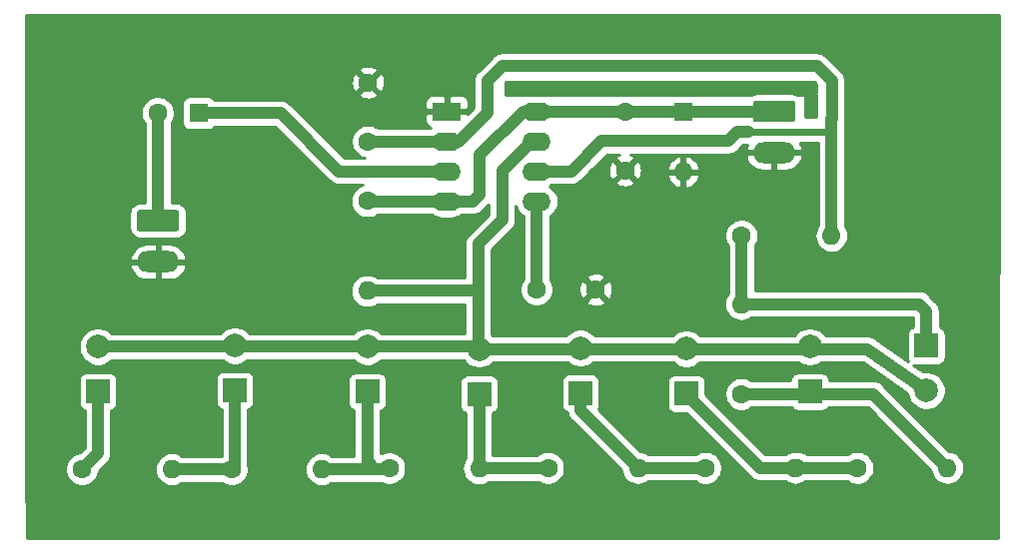
<source format=gbr>
G04 #@! TF.GenerationSoftware,KiCad,Pcbnew,5.1.2-f72e74a~84~ubuntu18.04.1*
G04 #@! TF.CreationDate,2019-07-22T08:58:04+03:00*
G04 #@! TF.ProjectId,mus555,6d757335-3535-42e6-9b69-6361645f7063,rev?*
G04 #@! TF.SameCoordinates,Original*
G04 #@! TF.FileFunction,Copper,L1,Top*
G04 #@! TF.FilePolarity,Positive*
%FSLAX46Y46*%
G04 Gerber Fmt 4.6, Leading zero omitted, Abs format (unit mm)*
G04 Created by KiCad (PCBNEW 5.1.2-f72e74a~84~ubuntu18.04.1) date 2019-07-22 08:58:04*
%MOMM*%
%LPD*%
G04 APERTURE LIST*
%ADD10O,1.600000X1.600000*%
%ADD11R,1.600000X1.600000*%
%ADD12C,1.998980*%
%ADD13R,1.998980X1.998980*%
%ADD14O,3.600000X1.800000*%
%ADD15C,0.100000*%
%ADD16C,1.800000*%
%ADD17C,1.600000*%
%ADD18O,2.400000X1.600000*%
%ADD19R,2.400000X1.600000*%
%ADD20C,1.000000*%
%ADD21C,0.600000*%
%ADD22C,0.254000*%
G04 APERTURE END LIST*
D10*
X56349900Y31711900D03*
D11*
X56349900Y36791900D03*
D12*
X76949300Y13157200D03*
D13*
X76949300Y16967200D03*
D12*
X67068700Y16878300D03*
D13*
X67068700Y13068300D03*
D12*
X56616600Y16713200D03*
D13*
X56616600Y12903200D03*
D12*
X47625000Y16776700D03*
D13*
X47625000Y12966700D03*
D12*
X39039800Y16687800D03*
D13*
X39039800Y12877800D03*
D12*
X29565600Y16891000D03*
D13*
X29565600Y13081000D03*
D12*
X18338800Y16979900D03*
D13*
X18338800Y13169900D03*
D12*
X6731000Y16891000D03*
D13*
X6731000Y13081000D03*
D14*
X11836400Y24084400D03*
D15*
G36*
X13410904Y28483196D02*
G01*
X13435173Y28479596D01*
X13458971Y28473635D01*
X13482071Y28465370D01*
X13504249Y28454880D01*
X13525293Y28442267D01*
X13544998Y28427653D01*
X13563177Y28411177D01*
X13579653Y28392998D01*
X13594267Y28373293D01*
X13606880Y28352249D01*
X13617370Y28330071D01*
X13625635Y28306971D01*
X13631596Y28283173D01*
X13635196Y28258904D01*
X13636400Y28234400D01*
X13636400Y26934400D01*
X13635196Y26909896D01*
X13631596Y26885627D01*
X13625635Y26861829D01*
X13617370Y26838729D01*
X13606880Y26816551D01*
X13594267Y26795507D01*
X13579653Y26775802D01*
X13563177Y26757623D01*
X13544998Y26741147D01*
X13525293Y26726533D01*
X13504249Y26713920D01*
X13482071Y26703430D01*
X13458971Y26695165D01*
X13435173Y26689204D01*
X13410904Y26685604D01*
X13386400Y26684400D01*
X10286400Y26684400D01*
X10261896Y26685604D01*
X10237627Y26689204D01*
X10213829Y26695165D01*
X10190729Y26703430D01*
X10168551Y26713920D01*
X10147507Y26726533D01*
X10127802Y26741147D01*
X10109623Y26757623D01*
X10093147Y26775802D01*
X10078533Y26795507D01*
X10065920Y26816551D01*
X10055430Y26838729D01*
X10047165Y26861829D01*
X10041204Y26885627D01*
X10037604Y26909896D01*
X10036400Y26934400D01*
X10036400Y28234400D01*
X10037604Y28258904D01*
X10041204Y28283173D01*
X10047165Y28306971D01*
X10055430Y28330071D01*
X10065920Y28352249D01*
X10078533Y28373293D01*
X10093147Y28392998D01*
X10109623Y28411177D01*
X10127802Y28427653D01*
X10147507Y28442267D01*
X10168551Y28454880D01*
X10190729Y28465370D01*
X10213829Y28473635D01*
X10237627Y28479596D01*
X10261896Y28483196D01*
X10286400Y28484400D01*
X13386400Y28484400D01*
X13410904Y28483196D01*
X13410904Y28483196D01*
G37*
D16*
X11836400Y27584400D03*
D17*
X51409600Y31849700D03*
X51409600Y36849700D03*
X48916600Y21729700D03*
X43916600Y21729700D03*
X11790800Y36703000D03*
D11*
X15290800Y36703000D03*
D17*
X29629100Y39302700D03*
X29629100Y34302700D03*
D18*
X43916600Y36842700D03*
X36296600Y29222700D03*
X43916600Y34302700D03*
X36296600Y31762700D03*
X43916600Y31762700D03*
X36296600Y34302700D03*
X43916600Y29222700D03*
D19*
X36296600Y36842700D03*
D10*
X29565600Y21615400D03*
D17*
X29565600Y29235400D03*
D10*
X68910200Y26314400D03*
D17*
X61290200Y26314400D03*
D10*
X61264800Y20497800D03*
D17*
X61264800Y12877800D03*
D10*
X78727300Y6616700D03*
D17*
X71107300Y6616700D03*
D10*
X65836800Y6616700D03*
D17*
X58216800Y6616700D03*
D10*
X52501800Y6616700D03*
D17*
X44881800Y6616700D03*
D10*
X39039800Y6578600D03*
D17*
X31419800Y6578600D03*
D10*
X25704800Y6489700D03*
D17*
X18084800Y6489700D03*
D10*
X13004800Y6489700D03*
D17*
X5384800Y6489700D03*
D14*
X64046100Y33342700D03*
D15*
G36*
X65620604Y37741496D02*
G01*
X65644873Y37737896D01*
X65668671Y37731935D01*
X65691771Y37723670D01*
X65713949Y37713180D01*
X65734993Y37700567D01*
X65754698Y37685953D01*
X65772877Y37669477D01*
X65789353Y37651298D01*
X65803967Y37631593D01*
X65816580Y37610549D01*
X65827070Y37588371D01*
X65835335Y37565271D01*
X65841296Y37541473D01*
X65844896Y37517204D01*
X65846100Y37492700D01*
X65846100Y36192700D01*
X65844896Y36168196D01*
X65841296Y36143927D01*
X65835335Y36120129D01*
X65827070Y36097029D01*
X65816580Y36074851D01*
X65803967Y36053807D01*
X65789353Y36034102D01*
X65772877Y36015923D01*
X65754698Y35999447D01*
X65734993Y35984833D01*
X65713949Y35972220D01*
X65691771Y35961730D01*
X65668671Y35953465D01*
X65644873Y35947504D01*
X65620604Y35943904D01*
X65596100Y35942700D01*
X62496100Y35942700D01*
X62471596Y35943904D01*
X62447327Y35947504D01*
X62423529Y35953465D01*
X62400429Y35961730D01*
X62378251Y35972220D01*
X62357207Y35984833D01*
X62337502Y35999447D01*
X62319323Y36015923D01*
X62302847Y36034102D01*
X62288233Y36053807D01*
X62275620Y36074851D01*
X62265130Y36097029D01*
X62256865Y36120129D01*
X62250904Y36143927D01*
X62247304Y36168196D01*
X62246100Y36192700D01*
X62246100Y37492700D01*
X62247304Y37517204D01*
X62250904Y37541473D01*
X62256865Y37565271D01*
X62265130Y37588371D01*
X62275620Y37610549D01*
X62288233Y37631593D01*
X62302847Y37651298D01*
X62319323Y37669477D01*
X62337502Y37685953D01*
X62357207Y37700567D01*
X62378251Y37713180D01*
X62400429Y37723670D01*
X62423529Y37731935D01*
X62447327Y37737896D01*
X62471596Y37741496D01*
X62496100Y37742700D01*
X65596100Y37742700D01*
X65620604Y37741496D01*
X65620604Y37741496D01*
G37*
D16*
X64046100Y36842700D03*
D20*
X36233100Y34302700D02*
X29629100Y34302700D01*
X37312600Y34302700D02*
X36296600Y34302700D01*
X68935600Y39446200D02*
X67665600Y40716200D01*
X68935600Y36207700D02*
X68935600Y39446200D01*
X40995600Y40716200D02*
X39725600Y39446200D01*
X67665600Y40716200D02*
X40995600Y40716200D01*
X39725600Y39446200D02*
X39725600Y36715700D01*
X39725600Y36715700D02*
X37312600Y34302700D01*
X68910200Y36182300D02*
X68935600Y36207700D01*
X68910200Y26314400D02*
X68910200Y36182300D01*
X60960000Y35128200D02*
X61887100Y35128200D01*
X60172600Y34340800D02*
X60960000Y35128200D01*
X43916600Y31762700D02*
X46850300Y31762700D01*
X49428400Y34340800D02*
X60172600Y34340800D01*
X46850300Y31762700D02*
X49428400Y34340800D01*
D21*
X67856100Y35128200D02*
X61887100Y35128200D01*
X68910200Y35128200D02*
X67856100Y35128200D01*
D20*
X11836400Y36657400D02*
X11790800Y36703000D01*
X11836400Y27584400D02*
X11836400Y36657400D01*
X36296600Y31762700D02*
X27152600Y31762700D01*
X22212300Y36703000D02*
X15290800Y36703000D01*
X27152600Y31762700D02*
X22212300Y36703000D01*
X43916600Y21729700D02*
X43916600Y29222700D01*
X51416600Y36842700D02*
X51409600Y36849700D01*
X64046100Y36842700D02*
X51416600Y36842700D01*
X43860100Y36849700D02*
X43853100Y36842700D01*
X51409600Y36849700D02*
X43860100Y36849700D01*
X36233100Y29222700D02*
X29629100Y29222700D01*
X38496600Y29222700D02*
X36296600Y29222700D01*
X39090600Y29816700D02*
X38496600Y29222700D01*
X39090600Y33159700D02*
X39090600Y29816700D01*
X43916600Y36842700D02*
X42773600Y36842700D01*
X42773600Y36842700D02*
X39090600Y33159700D01*
X13004800Y6489700D02*
X18084800Y6489700D01*
X18338800Y6743700D02*
X18084800Y6489700D01*
X18338800Y13169900D02*
X18338800Y6743700D01*
X6731000Y7835900D02*
X5384800Y6489700D01*
X6731000Y13081000D02*
X6731000Y7835900D01*
X25768300Y6553200D02*
X25704800Y6489700D01*
X31330900Y6489700D02*
X31419800Y6578600D01*
X29565600Y7150100D02*
X30226000Y6489700D01*
X29565600Y13081000D02*
X29565600Y7150100D01*
X25704800Y6489700D02*
X30226000Y6489700D01*
X30226000Y6489700D02*
X31330900Y6489700D01*
X39039800Y12877800D02*
X39039800Y6578600D01*
X44843700Y6578600D02*
X44881800Y6616700D01*
X39039800Y6578600D02*
X44843700Y6578600D01*
X58216800Y6616700D02*
X55714900Y6616700D01*
X55714900Y6616700D02*
X52501800Y6616700D01*
X47625000Y11493500D02*
X52501800Y6616700D01*
X47625000Y12966700D02*
X47625000Y11493500D01*
X56438800Y12928600D02*
X56426100Y12915900D01*
X65900300Y6680200D02*
X65836800Y6616700D01*
X71107300Y6616700D02*
X65836800Y6616700D01*
X66090800Y6870700D02*
X65836800Y6616700D01*
X56616600Y12852400D02*
X56616600Y12903200D01*
X65836800Y6616700D02*
X62852300Y6616700D01*
X62852300Y6616700D02*
X56616600Y12852400D01*
X61341000Y12877800D02*
X69240400Y12877800D01*
X72466200Y12877800D02*
X78727300Y6616700D01*
X69240400Y12877800D02*
X72466200Y12877800D01*
X61214000Y26390600D02*
X61290200Y26314400D01*
X61239400Y26365200D02*
X61290200Y26314400D01*
X61290200Y20523200D02*
X61264800Y20497800D01*
X61290200Y26314400D02*
X61290200Y20523200D01*
X61264800Y20497800D02*
X76370690Y20497800D01*
X76949300Y19919190D02*
X76949300Y16967200D01*
X76370690Y20497800D02*
X76949300Y19919190D01*
X40995600Y27635200D02*
X38963600Y25603200D01*
X40995600Y31781700D02*
X40995600Y27635200D01*
X43916600Y34302700D02*
X43516600Y34302700D01*
X43516600Y34302700D02*
X40995600Y31781700D01*
X56642000Y16687800D02*
X56616600Y16713200D01*
X56667400Y16764000D02*
X56616600Y16713200D01*
X38684200Y21615400D02*
X38963600Y21894800D01*
X38963600Y25603200D02*
X38963600Y21894800D01*
X29565600Y21615400D02*
X38684200Y21615400D01*
X38963600Y21894800D02*
X38963600Y16916400D01*
X38836600Y16891000D02*
X39039800Y16687800D01*
X6731000Y16891000D02*
X38836600Y16891000D01*
X76949300Y13157200D02*
X71945500Y16687800D01*
X69240400Y16687800D02*
X38963600Y16687800D01*
X71945500Y16687800D02*
X69240400Y16687800D01*
D22*
G36*
X66949322Y38277800D02*
G01*
X66002126Y38277800D01*
X65935950Y38313172D01*
X65769354Y38363708D01*
X65596100Y38380772D01*
X62496100Y38380772D01*
X62322846Y38363708D01*
X62156250Y38313172D01*
X62090074Y38277800D01*
X51585623Y38277800D01*
X51550935Y38284700D01*
X51268265Y38284700D01*
X51233577Y38277800D01*
X41295517Y38277800D01*
X41254678Y39319200D01*
X66908483Y39319200D01*
X66949322Y38277800D01*
X66949322Y38277800D01*
G37*
X66949322Y38277800D02*
X66002126Y38277800D01*
X65935950Y38313172D01*
X65769354Y38363708D01*
X65596100Y38380772D01*
X62496100Y38380772D01*
X62322846Y38363708D01*
X62156250Y38313172D01*
X62090074Y38277800D01*
X51585623Y38277800D01*
X51550935Y38284700D01*
X51268265Y38284700D01*
X51233577Y38277800D01*
X41295517Y38277800D01*
X41254678Y39319200D01*
X66908483Y39319200D01*
X66949322Y38277800D01*
G36*
X67602100Y36398200D02*
G01*
X66649600Y36398200D01*
X66649600Y38239700D01*
X67602100Y38239700D01*
X67602100Y36398200D01*
X67602100Y36398200D01*
G37*
X67602100Y36398200D02*
X66649600Y36398200D01*
X66649600Y38239700D01*
X67602100Y38239700D01*
X67602100Y36398200D01*
G36*
X67602100Y39174568D02*
G01*
X67602100Y38430200D01*
X66649600Y38430200D01*
X66649600Y39319200D01*
X67457469Y39319200D01*
X67602100Y39174568D01*
X67602100Y39174568D01*
G37*
X67602100Y39174568D02*
X67602100Y38430200D01*
X66649600Y38430200D01*
X66649600Y39319200D01*
X67457469Y39319200D01*
X67602100Y39174568D01*
G36*
X83059181Y634615D02*
G01*
X684239Y684585D01*
X677636Y6631035D01*
X3949800Y6631035D01*
X3949800Y6348365D01*
X4004947Y6071126D01*
X4113120Y5809973D01*
X4270163Y5574941D01*
X4470041Y5375063D01*
X4705073Y5218020D01*
X4966226Y5109847D01*
X5243465Y5054700D01*
X5526135Y5054700D01*
X5803374Y5109847D01*
X6064527Y5218020D01*
X6299559Y5375063D01*
X6499437Y5574941D01*
X6656480Y5809973D01*
X6764653Y6071126D01*
X6812650Y6312418D01*
X6989932Y6489700D01*
X11562857Y6489700D01*
X11590564Y6208391D01*
X11672618Y5937892D01*
X11805868Y5688599D01*
X11985192Y5470092D01*
X12203699Y5290768D01*
X12452992Y5157518D01*
X12723491Y5075464D01*
X12934308Y5054700D01*
X13075292Y5054700D01*
X13286109Y5075464D01*
X13556608Y5157518D01*
X13805901Y5290768D01*
X13883802Y5354700D01*
X17200516Y5354700D01*
X17405073Y5218020D01*
X17666226Y5109847D01*
X17943465Y5054700D01*
X18226135Y5054700D01*
X18503374Y5109847D01*
X18764527Y5218020D01*
X18999559Y5375063D01*
X19199437Y5574941D01*
X19356480Y5809973D01*
X19464653Y6071126D01*
X19519800Y6348365D01*
X19519800Y6489700D01*
X24262857Y6489700D01*
X24290564Y6208391D01*
X24372618Y5937892D01*
X24505868Y5688599D01*
X24685192Y5470092D01*
X24903699Y5290768D01*
X25152992Y5157518D01*
X25423491Y5075464D01*
X25634308Y5054700D01*
X25775292Y5054700D01*
X25986109Y5075464D01*
X26256608Y5157518D01*
X26505901Y5290768D01*
X26583802Y5354700D01*
X30170248Y5354700D01*
X30226000Y5349209D01*
X30281752Y5354700D01*
X30668565Y5354700D01*
X30740073Y5306920D01*
X31001226Y5198747D01*
X31278465Y5143600D01*
X31561135Y5143600D01*
X31838374Y5198747D01*
X32099527Y5306920D01*
X32334559Y5463963D01*
X32534437Y5663841D01*
X32691480Y5898873D01*
X32799653Y6160026D01*
X32854800Y6437265D01*
X32854800Y6719935D01*
X32799653Y6997174D01*
X32691480Y7258327D01*
X32534437Y7493359D01*
X32334559Y7693237D01*
X32099527Y7850280D01*
X31838374Y7958453D01*
X31561135Y8013600D01*
X31278465Y8013600D01*
X31001226Y7958453D01*
X30740073Y7850280D01*
X30700600Y7823905D01*
X30700600Y11459043D01*
X30809270Y11492008D01*
X30919584Y11550973D01*
X31016275Y11630325D01*
X31095627Y11727016D01*
X31154592Y11837330D01*
X31190902Y11957028D01*
X31203162Y12081510D01*
X31203162Y13877290D01*
X37402238Y13877290D01*
X37402238Y11878310D01*
X37414498Y11753828D01*
X37450808Y11634130D01*
X37509773Y11523816D01*
X37589125Y11427125D01*
X37685816Y11347773D01*
X37796130Y11288808D01*
X37904800Y11255843D01*
X37904801Y7457603D01*
X37840868Y7379701D01*
X37707618Y7130408D01*
X37625564Y6859909D01*
X37597857Y6578600D01*
X37625564Y6297291D01*
X37707618Y6026792D01*
X37840868Y5777499D01*
X38020192Y5558992D01*
X38238699Y5379668D01*
X38487992Y5246418D01*
X38758491Y5164364D01*
X38969308Y5143600D01*
X39110292Y5143600D01*
X39321109Y5164364D01*
X39591608Y5246418D01*
X39840901Y5379668D01*
X39918802Y5443600D01*
X44054537Y5443600D01*
X44202073Y5345020D01*
X44463226Y5236847D01*
X44740465Y5181700D01*
X45023135Y5181700D01*
X45300374Y5236847D01*
X45561527Y5345020D01*
X45796559Y5502063D01*
X45996437Y5701941D01*
X46153480Y5936973D01*
X46261653Y6198126D01*
X46316800Y6475365D01*
X46316800Y6758035D01*
X46261653Y7035274D01*
X46153480Y7296427D01*
X45996437Y7531459D01*
X45796559Y7731337D01*
X45561527Y7888380D01*
X45300374Y7996553D01*
X45023135Y8051700D01*
X44740465Y8051700D01*
X44463226Y7996553D01*
X44202073Y7888380D01*
X43967041Y7731337D01*
X43949304Y7713600D01*
X40174800Y7713600D01*
X40174800Y11255843D01*
X40283470Y11288808D01*
X40393784Y11347773D01*
X40490475Y11427125D01*
X40569827Y11523816D01*
X40628792Y11634130D01*
X40665102Y11753828D01*
X40677362Y11878310D01*
X40677362Y13877290D01*
X40668607Y13966190D01*
X45987438Y13966190D01*
X45987438Y11967210D01*
X45999698Y11842728D01*
X46036008Y11723030D01*
X46094973Y11612716D01*
X46174325Y11516025D01*
X46271016Y11436673D01*
X46381330Y11377708D01*
X46499442Y11341879D01*
X46506423Y11271002D01*
X46571324Y11057054D01*
X46571325Y11057053D01*
X46676717Y10859877D01*
X46818552Y10687051D01*
X46861860Y10651509D01*
X51077686Y6435681D01*
X51087564Y6335391D01*
X51169618Y6064892D01*
X51302868Y5815599D01*
X51482192Y5597092D01*
X51700699Y5417768D01*
X51949992Y5284518D01*
X52220491Y5202464D01*
X52431308Y5181700D01*
X52572292Y5181700D01*
X52783109Y5202464D01*
X53053608Y5284518D01*
X53302901Y5417768D01*
X53380802Y5481700D01*
X57332516Y5481700D01*
X57537073Y5345020D01*
X57798226Y5236847D01*
X58075465Y5181700D01*
X58358135Y5181700D01*
X58635374Y5236847D01*
X58896527Y5345020D01*
X59131559Y5502063D01*
X59331437Y5701941D01*
X59488480Y5936973D01*
X59596653Y6198126D01*
X59651800Y6475365D01*
X59651800Y6758035D01*
X59596653Y7035274D01*
X59488480Y7296427D01*
X59331437Y7531459D01*
X59131559Y7731337D01*
X58896527Y7888380D01*
X58635374Y7996553D01*
X58358135Y8051700D01*
X58075465Y8051700D01*
X57798226Y7996553D01*
X57537073Y7888380D01*
X57332516Y7751700D01*
X53380802Y7751700D01*
X53302901Y7815632D01*
X53053608Y7948882D01*
X52783109Y8030936D01*
X52682819Y8040814D01*
X49135143Y11588488D01*
X49155027Y11612716D01*
X49213992Y11723030D01*
X49250302Y11842728D01*
X49262562Y11967210D01*
X49262562Y13902690D01*
X54979038Y13902690D01*
X54979038Y11903710D01*
X54991298Y11779228D01*
X55027608Y11659530D01*
X55086573Y11549216D01*
X55165925Y11452525D01*
X55262616Y11373173D01*
X55372930Y11314208D01*
X55492628Y11277898D01*
X55617110Y11265638D01*
X56598231Y11265638D01*
X62010313Y5853554D01*
X62045851Y5810251D01*
X62089154Y5774713D01*
X62089156Y5774711D01*
X62218677Y5668416D01*
X62415853Y5563024D01*
X62629801Y5498123D01*
X62852300Y5476209D01*
X62908052Y5481700D01*
X64957798Y5481700D01*
X65035699Y5417768D01*
X65284992Y5284518D01*
X65555491Y5202464D01*
X65766308Y5181700D01*
X65907292Y5181700D01*
X66118109Y5202464D01*
X66388608Y5284518D01*
X66637901Y5417768D01*
X66715802Y5481700D01*
X70223016Y5481700D01*
X70427573Y5345020D01*
X70688726Y5236847D01*
X70965965Y5181700D01*
X71248635Y5181700D01*
X71525874Y5236847D01*
X71787027Y5345020D01*
X72022059Y5502063D01*
X72221937Y5701941D01*
X72378980Y5936973D01*
X72487153Y6198126D01*
X72542300Y6475365D01*
X72542300Y6758035D01*
X72487153Y7035274D01*
X72378980Y7296427D01*
X72221937Y7531459D01*
X72022059Y7731337D01*
X71787027Y7888380D01*
X71525874Y7996553D01*
X71248635Y8051700D01*
X70965965Y8051700D01*
X70688726Y7996553D01*
X70427573Y7888380D01*
X70223016Y7751700D01*
X66806406Y7751700D01*
X66724422Y7818983D01*
X66527246Y7924375D01*
X66313298Y7989276D01*
X66227630Y7997713D01*
X66118109Y8030936D01*
X65907292Y8051700D01*
X65766308Y8051700D01*
X65555491Y8030936D01*
X65284992Y7948882D01*
X65035699Y7815632D01*
X64957798Y7751700D01*
X63322433Y7751700D01*
X58254162Y12819969D01*
X58254162Y13019135D01*
X59829800Y13019135D01*
X59829800Y12736465D01*
X59884947Y12459226D01*
X59993120Y12198073D01*
X60150163Y11963041D01*
X60350041Y11763163D01*
X60585073Y11606120D01*
X60846226Y11497947D01*
X61123465Y11442800D01*
X61406135Y11442800D01*
X61683374Y11497947D01*
X61944527Y11606120D01*
X62149084Y11742800D01*
X65523448Y11742800D01*
X65538673Y11714316D01*
X65618025Y11617625D01*
X65714716Y11538273D01*
X65825030Y11479308D01*
X65944728Y11442998D01*
X66069210Y11430738D01*
X68068190Y11430738D01*
X68192672Y11442998D01*
X68312370Y11479308D01*
X68422684Y11538273D01*
X68519375Y11617625D01*
X68598727Y11714316D01*
X68613952Y11742800D01*
X71996069Y11742800D01*
X77303186Y6435681D01*
X77313064Y6335391D01*
X77395118Y6064892D01*
X77528368Y5815599D01*
X77707692Y5597092D01*
X77926199Y5417768D01*
X78175492Y5284518D01*
X78445991Y5202464D01*
X78656808Y5181700D01*
X78797792Y5181700D01*
X79008609Y5202464D01*
X79279108Y5284518D01*
X79528401Y5417768D01*
X79746908Y5597092D01*
X79926232Y5815599D01*
X80059482Y6064892D01*
X80141536Y6335391D01*
X80169243Y6616700D01*
X80141536Y6898009D01*
X80059482Y7168508D01*
X79926232Y7417801D01*
X79746908Y7636308D01*
X79528401Y7815632D01*
X79279108Y7948882D01*
X79008609Y8030936D01*
X78908319Y8040814D01*
X73308196Y13640935D01*
X73272649Y13684249D01*
X73099823Y13826084D01*
X72902647Y13931476D01*
X72688699Y13996377D01*
X72521952Y14012800D01*
X72521951Y14012800D01*
X72466200Y14018291D01*
X72410449Y14012800D01*
X68706262Y14012800D01*
X68706262Y14067790D01*
X68694002Y14192272D01*
X68657692Y14311970D01*
X68598727Y14422284D01*
X68519375Y14518975D01*
X68422684Y14598327D01*
X68312370Y14657292D01*
X68192672Y14693602D01*
X68068190Y14705862D01*
X66069210Y14705862D01*
X65944728Y14693602D01*
X65825030Y14657292D01*
X65714716Y14598327D01*
X65618025Y14518975D01*
X65538673Y14422284D01*
X65479708Y14311970D01*
X65443398Y14192272D01*
X65431138Y14067790D01*
X65431138Y14012800D01*
X62149084Y14012800D01*
X61944527Y14149480D01*
X61683374Y14257653D01*
X61406135Y14312800D01*
X61123465Y14312800D01*
X60846226Y14257653D01*
X60585073Y14149480D01*
X60350041Y13992437D01*
X60150163Y13792559D01*
X59993120Y13557527D01*
X59884947Y13296374D01*
X59829800Y13019135D01*
X58254162Y13019135D01*
X58254162Y13902690D01*
X58241902Y14027172D01*
X58205592Y14146870D01*
X58146627Y14257184D01*
X58067275Y14353875D01*
X57970584Y14433227D01*
X57860270Y14492192D01*
X57740572Y14528502D01*
X57616090Y14540762D01*
X55617110Y14540762D01*
X55492628Y14528502D01*
X55372930Y14492192D01*
X55262616Y14433227D01*
X55165925Y14353875D01*
X55086573Y14257184D01*
X55027608Y14146870D01*
X54991298Y14027172D01*
X54979038Y13902690D01*
X49262562Y13902690D01*
X49262562Y13966190D01*
X49250302Y14090672D01*
X49213992Y14210370D01*
X49155027Y14320684D01*
X49075675Y14417375D01*
X48978984Y14496727D01*
X48868670Y14555692D01*
X48748972Y14592002D01*
X48624490Y14604262D01*
X46625510Y14604262D01*
X46501028Y14592002D01*
X46381330Y14555692D01*
X46271016Y14496727D01*
X46174325Y14417375D01*
X46094973Y14320684D01*
X46036008Y14210370D01*
X45999698Y14090672D01*
X45987438Y13966190D01*
X40668607Y13966190D01*
X40665102Y14001772D01*
X40628792Y14121470D01*
X40569827Y14231784D01*
X40490475Y14328475D01*
X40393784Y14407827D01*
X40283470Y14466792D01*
X40163772Y14503102D01*
X40039290Y14515362D01*
X38040310Y14515362D01*
X37915828Y14503102D01*
X37796130Y14466792D01*
X37685816Y14407827D01*
X37589125Y14328475D01*
X37509773Y14231784D01*
X37450808Y14121470D01*
X37414498Y14001772D01*
X37402238Y13877290D01*
X31203162Y13877290D01*
X31203162Y14080490D01*
X31190902Y14204972D01*
X31154592Y14324670D01*
X31095627Y14434984D01*
X31016275Y14531675D01*
X30919584Y14611027D01*
X30809270Y14669992D01*
X30689572Y14706302D01*
X30565090Y14718562D01*
X28566110Y14718562D01*
X28441628Y14706302D01*
X28321930Y14669992D01*
X28211616Y14611027D01*
X28114925Y14531675D01*
X28035573Y14434984D01*
X27976608Y14324670D01*
X27940298Y14204972D01*
X27928038Y14080490D01*
X27928038Y12081510D01*
X27940298Y11957028D01*
X27976608Y11837330D01*
X28035573Y11727016D01*
X28114925Y11630325D01*
X28211616Y11550973D01*
X28321930Y11492008D01*
X28430600Y11459043D01*
X28430601Y7624700D01*
X26583802Y7624700D01*
X26505901Y7688632D01*
X26256608Y7821882D01*
X25986109Y7903936D01*
X25775292Y7924700D01*
X25634308Y7924700D01*
X25423491Y7903936D01*
X25152992Y7821882D01*
X24903699Y7688632D01*
X24685192Y7509308D01*
X24505868Y7290801D01*
X24372618Y7041508D01*
X24290564Y6771009D01*
X24262857Y6489700D01*
X19519800Y6489700D01*
X19519800Y6631035D01*
X19473800Y6862290D01*
X19473800Y11547943D01*
X19582470Y11580908D01*
X19692784Y11639873D01*
X19789475Y11719225D01*
X19868827Y11815916D01*
X19927792Y11926230D01*
X19964102Y12045928D01*
X19976362Y12170410D01*
X19976362Y14169390D01*
X19964102Y14293872D01*
X19927792Y14413570D01*
X19868827Y14523884D01*
X19789475Y14620575D01*
X19692784Y14699927D01*
X19582470Y14758892D01*
X19462772Y14795202D01*
X19338290Y14807462D01*
X17339310Y14807462D01*
X17214828Y14795202D01*
X17095130Y14758892D01*
X16984816Y14699927D01*
X16888125Y14620575D01*
X16808773Y14523884D01*
X16749808Y14413570D01*
X16713498Y14293872D01*
X16701238Y14169390D01*
X16701238Y12170410D01*
X16713498Y12045928D01*
X16749808Y11926230D01*
X16808773Y11815916D01*
X16888125Y11719225D01*
X16984816Y11639873D01*
X17095130Y11580908D01*
X17203800Y11547943D01*
X17203801Y7626895D01*
X17200516Y7624700D01*
X13883802Y7624700D01*
X13805901Y7688632D01*
X13556608Y7821882D01*
X13286109Y7903936D01*
X13075292Y7924700D01*
X12934308Y7924700D01*
X12723491Y7903936D01*
X12452992Y7821882D01*
X12203699Y7688632D01*
X11985192Y7509308D01*
X11805868Y7290801D01*
X11672618Y7041508D01*
X11590564Y6771009D01*
X11562857Y6489700D01*
X6989932Y6489700D01*
X7494140Y6993908D01*
X7537449Y7029451D01*
X7679284Y7202277D01*
X7784676Y7399453D01*
X7849577Y7613401D01*
X7866000Y7780148D01*
X7866000Y7780157D01*
X7871490Y7835899D01*
X7866000Y7891641D01*
X7866000Y11459043D01*
X7974670Y11492008D01*
X8084984Y11550973D01*
X8181675Y11630325D01*
X8261027Y11727016D01*
X8319992Y11837330D01*
X8356302Y11957028D01*
X8368562Y12081510D01*
X8368562Y14080490D01*
X8356302Y14204972D01*
X8319992Y14324670D01*
X8261027Y14434984D01*
X8181675Y14531675D01*
X8084984Y14611027D01*
X7974670Y14669992D01*
X7854972Y14706302D01*
X7730490Y14718562D01*
X5731510Y14718562D01*
X5607028Y14706302D01*
X5487330Y14669992D01*
X5377016Y14611027D01*
X5280325Y14531675D01*
X5200973Y14434984D01*
X5142008Y14324670D01*
X5105698Y14204972D01*
X5093438Y14080490D01*
X5093438Y12081510D01*
X5105698Y11957028D01*
X5142008Y11837330D01*
X5200973Y11727016D01*
X5280325Y11630325D01*
X5377016Y11550973D01*
X5487330Y11492008D01*
X5596000Y11459043D01*
X5596001Y8306033D01*
X5207518Y7917550D01*
X4966226Y7869553D01*
X4705073Y7761380D01*
X4470041Y7604337D01*
X4270163Y7404459D01*
X4113120Y7169427D01*
X4004947Y6908274D01*
X3949800Y6631035D01*
X677636Y6631035D01*
X666064Y17051983D01*
X5096510Y17051983D01*
X5096510Y16730017D01*
X5159322Y16414237D01*
X5282533Y16116778D01*
X5461408Y15849073D01*
X5689073Y15621408D01*
X5956778Y15442533D01*
X6254237Y15319322D01*
X6570017Y15256510D01*
X6891983Y15256510D01*
X7207763Y15319322D01*
X7505222Y15442533D01*
X7772927Y15621408D01*
X7907519Y15756000D01*
X17251181Y15756000D01*
X17296873Y15710308D01*
X17564578Y15531433D01*
X17862037Y15408222D01*
X18177817Y15345410D01*
X18499783Y15345410D01*
X18815563Y15408222D01*
X19113022Y15531433D01*
X19380727Y15710308D01*
X19426419Y15756000D01*
X28389081Y15756000D01*
X28523673Y15621408D01*
X28791378Y15442533D01*
X29088837Y15319322D01*
X29404617Y15256510D01*
X29726583Y15256510D01*
X30042363Y15319322D01*
X30339822Y15442533D01*
X30607527Y15621408D01*
X30742119Y15756000D01*
X37696623Y15756000D01*
X37770208Y15645873D01*
X37997873Y15418208D01*
X38265578Y15239333D01*
X38563037Y15116122D01*
X38878817Y15053310D01*
X39200783Y15053310D01*
X39516563Y15116122D01*
X39814022Y15239333D01*
X40081727Y15418208D01*
X40216319Y15552800D01*
X46537381Y15552800D01*
X46583073Y15507108D01*
X46850778Y15328233D01*
X47148237Y15205022D01*
X47464017Y15142210D01*
X47785983Y15142210D01*
X48101763Y15205022D01*
X48399222Y15328233D01*
X48666927Y15507108D01*
X48712619Y15552800D01*
X55465481Y15552800D01*
X55574673Y15443608D01*
X55842378Y15264733D01*
X56139837Y15141522D01*
X56455617Y15078710D01*
X56777583Y15078710D01*
X57093363Y15141522D01*
X57390822Y15264733D01*
X57658527Y15443608D01*
X57767719Y15552800D01*
X66110445Y15552800D01*
X66294478Y15429833D01*
X66591937Y15306622D01*
X66907717Y15243810D01*
X67229683Y15243810D01*
X67545463Y15306622D01*
X67842922Y15429833D01*
X68026955Y15552800D01*
X71585391Y15552800D01*
X75332126Y12909164D01*
X75377622Y12680437D01*
X75500833Y12382978D01*
X75679708Y12115273D01*
X75907373Y11887608D01*
X76175078Y11708733D01*
X76472537Y11585522D01*
X76788317Y11522710D01*
X77110283Y11522710D01*
X77426063Y11585522D01*
X77723522Y11708733D01*
X77991227Y11887608D01*
X78218892Y12115273D01*
X78397767Y12382978D01*
X78520978Y12680437D01*
X78583790Y12996217D01*
X78583790Y13318183D01*
X78520978Y13633963D01*
X78397767Y13931422D01*
X78218892Y14199127D01*
X77991227Y14426792D01*
X77723522Y14605667D01*
X77426063Y14728878D01*
X77110283Y14791690D01*
X76788317Y14791690D01*
X76642583Y14762702D01*
X75818979Y15343824D01*
X75825328Y15341898D01*
X75949810Y15329638D01*
X77948790Y15329638D01*
X78073272Y15341898D01*
X78192970Y15378208D01*
X78303284Y15437173D01*
X78399975Y15516525D01*
X78479327Y15613216D01*
X78538292Y15723530D01*
X78574602Y15843228D01*
X78586862Y15967710D01*
X78586862Y17966690D01*
X78574602Y18091172D01*
X78538292Y18210870D01*
X78479327Y18321184D01*
X78399975Y18417875D01*
X78303284Y18497227D01*
X78192970Y18556192D01*
X78084300Y18589157D01*
X78084300Y19863439D01*
X78089791Y19919191D01*
X78067877Y20141690D01*
X78002976Y20355637D01*
X77970461Y20416468D01*
X77897584Y20552813D01*
X77755749Y20725639D01*
X77712435Y20761186D01*
X77212686Y21260935D01*
X77177139Y21304249D01*
X77004313Y21446084D01*
X76807137Y21551476D01*
X76593189Y21616377D01*
X76426442Y21632800D01*
X76426441Y21632800D01*
X76370690Y21638291D01*
X76314939Y21632800D01*
X62425200Y21632800D01*
X62425200Y25430116D01*
X62561880Y25634673D01*
X62670053Y25895826D01*
X62725200Y26173065D01*
X62725200Y26455735D01*
X62670053Y26732974D01*
X62561880Y26994127D01*
X62404837Y27229159D01*
X62204959Y27429037D01*
X61969927Y27586080D01*
X61708774Y27694253D01*
X61431535Y27749400D01*
X61148865Y27749400D01*
X60871626Y27694253D01*
X60610473Y27586080D01*
X60375441Y27429037D01*
X60175563Y27229159D01*
X60018520Y26994127D01*
X59910347Y26732974D01*
X59855200Y26455735D01*
X59855200Y26173065D01*
X59910347Y25895826D01*
X60018520Y25634673D01*
X60155200Y25430116D01*
X60155201Y21407753D01*
X60065868Y21298901D01*
X59932618Y21049608D01*
X59850564Y20779109D01*
X59822857Y20497800D01*
X59850564Y20216491D01*
X59932618Y19945992D01*
X60065868Y19696699D01*
X60245192Y19478192D01*
X60463699Y19298868D01*
X60712992Y19165618D01*
X60983491Y19083564D01*
X61194308Y19062800D01*
X61335292Y19062800D01*
X61546109Y19083564D01*
X61816608Y19165618D01*
X62065901Y19298868D01*
X62143802Y19362800D01*
X75814300Y19362800D01*
X75814300Y18589157D01*
X75705630Y18556192D01*
X75595316Y18497227D01*
X75498625Y18417875D01*
X75419273Y18321184D01*
X75360308Y18210870D01*
X75323998Y18091172D01*
X75311738Y17966690D01*
X75311738Y15967710D01*
X75323998Y15843228D01*
X75360308Y15723530D01*
X75408431Y15633500D01*
X72633603Y17591373D01*
X72579123Y17636084D01*
X72493244Y17681987D01*
X72408582Y17730045D01*
X72394774Y17734620D01*
X72381947Y17741476D01*
X72288766Y17769742D01*
X72196352Y17800361D01*
X72181921Y17802154D01*
X72167999Y17806377D01*
X72071096Y17815921D01*
X71974482Y17827923D01*
X71904201Y17822800D01*
X68403391Y17822800D01*
X68338292Y17920227D01*
X68110627Y18147892D01*
X67842922Y18326767D01*
X67545463Y18449978D01*
X67229683Y18512790D01*
X66907717Y18512790D01*
X66591937Y18449978D01*
X66294478Y18326767D01*
X66026773Y18147892D01*
X65799108Y17920227D01*
X65734009Y17822800D01*
X57818519Y17822800D01*
X57658527Y17982792D01*
X57390822Y18161667D01*
X57093363Y18284878D01*
X56777583Y18347690D01*
X56455617Y18347690D01*
X56139837Y18284878D01*
X55842378Y18161667D01*
X55574673Y17982792D01*
X55414681Y17822800D01*
X48890419Y17822800D01*
X48666927Y18046292D01*
X48399222Y18225167D01*
X48101763Y18348378D01*
X47785983Y18411190D01*
X47464017Y18411190D01*
X47148237Y18348378D01*
X46850778Y18225167D01*
X46583073Y18046292D01*
X46359581Y17822800D01*
X40216319Y17822800D01*
X40098600Y17940519D01*
X40098600Y21839057D01*
X40104090Y21894799D01*
X40098600Y21950541D01*
X40098600Y25133069D01*
X41758741Y26793209D01*
X41802049Y26828751D01*
X41943884Y27001577D01*
X42049276Y27198753D01*
X42114177Y27412701D01*
X42130600Y27579448D01*
X42136091Y27635200D01*
X42130600Y27690951D01*
X42130600Y28848308D01*
X42184418Y28670892D01*
X42317668Y28421599D01*
X42496992Y28203092D01*
X42715499Y28023768D01*
X42781601Y27988436D01*
X42781600Y22613984D01*
X42644920Y22409427D01*
X42536747Y22148274D01*
X42481600Y21871035D01*
X42481600Y21588365D01*
X42536747Y21311126D01*
X42644920Y21049973D01*
X42801963Y20814941D01*
X43001841Y20615063D01*
X43236873Y20458020D01*
X43498026Y20349847D01*
X43775265Y20294700D01*
X44057935Y20294700D01*
X44335174Y20349847D01*
X44596327Y20458020D01*
X44831359Y20615063D01*
X44953294Y20736998D01*
X48103503Y20736998D01*
X48175086Y20493029D01*
X48430596Y20372129D01*
X48704784Y20303400D01*
X48987112Y20289483D01*
X49266730Y20330913D01*
X49532892Y20426097D01*
X49658114Y20493029D01*
X49729697Y20736998D01*
X48916600Y21550095D01*
X48103503Y20736998D01*
X44953294Y20736998D01*
X45031237Y20814941D01*
X45188280Y21049973D01*
X45296453Y21311126D01*
X45351600Y21588365D01*
X45351600Y21659188D01*
X47476383Y21659188D01*
X47517813Y21379570D01*
X47612997Y21113408D01*
X47679929Y20988186D01*
X47923898Y20916603D01*
X48736995Y21729700D01*
X49096205Y21729700D01*
X49909302Y20916603D01*
X50153271Y20988186D01*
X50274171Y21243696D01*
X50342900Y21517884D01*
X50356817Y21800212D01*
X50315387Y22079830D01*
X50220203Y22345992D01*
X50153271Y22471214D01*
X49909302Y22542797D01*
X49096205Y21729700D01*
X48736995Y21729700D01*
X47923898Y22542797D01*
X47679929Y22471214D01*
X47559029Y22215704D01*
X47490300Y21941516D01*
X47476383Y21659188D01*
X45351600Y21659188D01*
X45351600Y21871035D01*
X45296453Y22148274D01*
X45188280Y22409427D01*
X45051600Y22613984D01*
X45051600Y22722402D01*
X48103503Y22722402D01*
X48916600Y21909305D01*
X49729697Y22722402D01*
X49658114Y22966371D01*
X49402604Y23087271D01*
X49128416Y23156000D01*
X48846088Y23169917D01*
X48566470Y23128487D01*
X48300308Y23033303D01*
X48175086Y22966371D01*
X48103503Y22722402D01*
X45051600Y22722402D01*
X45051600Y27988436D01*
X45117701Y28023768D01*
X45336208Y28203092D01*
X45515532Y28421599D01*
X45648782Y28670892D01*
X45730836Y28941391D01*
X45758543Y29222700D01*
X45730836Y29504009D01*
X45648782Y29774508D01*
X45515532Y30023801D01*
X45336208Y30242308D01*
X45117701Y30421632D01*
X44984742Y30492700D01*
X45117701Y30563768D01*
X45195602Y30627700D01*
X46794549Y30627700D01*
X46850300Y30622209D01*
X46906051Y30627700D01*
X46906052Y30627700D01*
X47072799Y30644123D01*
X47286747Y30709024D01*
X47483923Y30814416D01*
X47535809Y30856998D01*
X50596503Y30856998D01*
X50668086Y30613029D01*
X50923596Y30492129D01*
X51197784Y30423400D01*
X51480112Y30409483D01*
X51759730Y30450913D01*
X52025892Y30546097D01*
X52151114Y30613029D01*
X52222697Y30856998D01*
X51409600Y31670095D01*
X50596503Y30856998D01*
X47535809Y30856998D01*
X47656749Y30956251D01*
X47692296Y30999565D01*
X48471919Y31779188D01*
X49969383Y31779188D01*
X50010813Y31499570D01*
X50105997Y31233408D01*
X50172929Y31108186D01*
X50416898Y31036603D01*
X51229995Y31849700D01*
X51589205Y31849700D01*
X52402302Y31036603D01*
X52646271Y31108186D01*
X52766775Y31362860D01*
X54957991Y31362860D01*
X55052830Y31098019D01*
X55197515Y30856769D01*
X55386486Y30648381D01*
X55612480Y30480863D01*
X55866813Y30360654D01*
X56000861Y30319996D01*
X56222900Y30441985D01*
X56222900Y31584900D01*
X56476900Y31584900D01*
X56476900Y30441985D01*
X56698939Y30319996D01*
X56832987Y30360654D01*
X57087320Y30480863D01*
X57313314Y30648381D01*
X57502285Y30856769D01*
X57646970Y31098019D01*
X57741809Y31362860D01*
X57620524Y31584900D01*
X56476900Y31584900D01*
X56222900Y31584900D01*
X55079276Y31584900D01*
X54957991Y31362860D01*
X52766775Y31362860D01*
X52767171Y31363696D01*
X52835900Y31637884D01*
X52849817Y31920212D01*
X52828966Y32060940D01*
X54957991Y32060940D01*
X55079276Y31838900D01*
X56222900Y31838900D01*
X56222900Y32981815D01*
X56476900Y32981815D01*
X56476900Y31838900D01*
X57620524Y31838900D01*
X57741809Y32060940D01*
X57646970Y32325781D01*
X57502285Y32567031D01*
X57313314Y32775419D01*
X57087320Y32942937D01*
X57013220Y32977960D01*
X61655064Y32977960D01*
X61679345Y32872613D01*
X61799238Y32595496D01*
X61970890Y32347094D01*
X62187704Y32136952D01*
X62441349Y31973146D01*
X62722077Y31861971D01*
X63019100Y31807700D01*
X63919100Y31807700D01*
X63919100Y33215700D01*
X64173100Y33215700D01*
X64173100Y31807700D01*
X65073100Y31807700D01*
X65370123Y31861971D01*
X65650851Y31973146D01*
X65904496Y32136952D01*
X66121310Y32347094D01*
X66292962Y32595496D01*
X66412855Y32872613D01*
X66437136Y32977960D01*
X66316478Y33215700D01*
X64173100Y33215700D01*
X63919100Y33215700D01*
X61775722Y33215700D01*
X61655064Y32977960D01*
X57013220Y32977960D01*
X56832987Y33063146D01*
X56698939Y33103804D01*
X56476900Y32981815D01*
X56222900Y32981815D01*
X56000861Y33103804D01*
X55866813Y33063146D01*
X55612480Y32942937D01*
X55386486Y32775419D01*
X55197515Y32567031D01*
X55052830Y32325781D01*
X54957991Y32060940D01*
X52828966Y32060940D01*
X52808387Y32199830D01*
X52713203Y32465992D01*
X52646271Y32591214D01*
X52402302Y32662797D01*
X51589205Y31849700D01*
X51229995Y31849700D01*
X50416898Y32662797D01*
X50172929Y32591214D01*
X50052029Y32335704D01*
X49983300Y32061516D01*
X49969383Y31779188D01*
X48471919Y31779188D01*
X49898532Y33205800D01*
X50940105Y33205800D01*
X50793308Y33153303D01*
X50668086Y33086371D01*
X50596503Y32842402D01*
X51409600Y32029305D01*
X52222697Y32842402D01*
X52151114Y33086371D01*
X51898713Y33205800D01*
X60116849Y33205800D01*
X60172600Y33200309D01*
X60228351Y33205800D01*
X60228352Y33205800D01*
X60395099Y33222223D01*
X60609047Y33287124D01*
X60806223Y33392516D01*
X60979049Y33534351D01*
X61014595Y33577664D01*
X61430132Y33993200D01*
X61757400Y33993200D01*
X61679345Y33812787D01*
X61655064Y33707440D01*
X61775722Y33469700D01*
X63919100Y33469700D01*
X63919100Y33489700D01*
X64173100Y33489700D01*
X64173100Y33469700D01*
X66316478Y33469700D01*
X66437136Y33707440D01*
X66412855Y33812787D01*
X66292962Y34089904D01*
X66221582Y34193200D01*
X67775201Y34193200D01*
X67775200Y27193403D01*
X67711268Y27115501D01*
X67578018Y26866208D01*
X67495964Y26595709D01*
X67468257Y26314400D01*
X67495964Y26033091D01*
X67578018Y25762592D01*
X67711268Y25513299D01*
X67890592Y25294792D01*
X68109099Y25115468D01*
X68358392Y24982218D01*
X68628891Y24900164D01*
X68839708Y24879400D01*
X68980692Y24879400D01*
X69191509Y24900164D01*
X69462008Y24982218D01*
X69711301Y25115468D01*
X69929808Y25294792D01*
X70109132Y25513299D01*
X70242382Y25762592D01*
X70324436Y26033091D01*
X70352143Y26314400D01*
X70324436Y26595709D01*
X70242382Y26866208D01*
X70109132Y27115501D01*
X70045200Y27193402D01*
X70045200Y35955608D01*
X70054177Y35985201D01*
X70070600Y36151948D01*
X70070600Y36151949D01*
X70076091Y36207699D01*
X70070600Y36263451D01*
X70070600Y39390457D01*
X70076090Y39446201D01*
X70070600Y39501945D01*
X70070600Y39501952D01*
X70054177Y39668699D01*
X69989276Y39882647D01*
X69883884Y40079823D01*
X69742049Y40252649D01*
X69698740Y40288192D01*
X68507596Y41479335D01*
X68472049Y41522649D01*
X68299223Y41664484D01*
X68102047Y41769876D01*
X67888099Y41834777D01*
X67721352Y41851200D01*
X67721351Y41851200D01*
X67665600Y41856691D01*
X67609849Y41851200D01*
X41051343Y41851200D01*
X40995599Y41856690D01*
X40939855Y41851200D01*
X40939848Y41851200D01*
X40794093Y41836844D01*
X40773100Y41834777D01*
X40723305Y41819671D01*
X40559153Y41769876D01*
X40361977Y41664484D01*
X40189151Y41522649D01*
X40153608Y41479340D01*
X38962465Y40288196D01*
X38919151Y40252649D01*
X38777316Y40079823D01*
X38691351Y39918992D01*
X38671924Y39882646D01*
X38607023Y39668698D01*
X38585109Y39446200D01*
X38590600Y39390448D01*
X38590601Y37185833D01*
X38046659Y36641891D01*
X37972850Y36715700D01*
X36423600Y36715700D01*
X36423600Y36695700D01*
X36169600Y36695700D01*
X36169600Y36715700D01*
X34620350Y36715700D01*
X34461600Y36556950D01*
X34458528Y36042700D01*
X34470788Y35918218D01*
X34507098Y35798520D01*
X34566063Y35688206D01*
X34645415Y35591515D01*
X34742106Y35512163D01*
X34852420Y35453198D01*
X34903510Y35437700D01*
X30513384Y35437700D01*
X30308827Y35574380D01*
X30047674Y35682553D01*
X29770435Y35737700D01*
X29487765Y35737700D01*
X29210526Y35682553D01*
X28949373Y35574380D01*
X28714341Y35417337D01*
X28514463Y35217459D01*
X28357420Y34982427D01*
X28249247Y34721274D01*
X28194100Y34444035D01*
X28194100Y34161365D01*
X28249247Y33884126D01*
X28357420Y33622973D01*
X28514463Y33387941D01*
X28714341Y33188063D01*
X28949373Y33031020D01*
X29210526Y32922847D01*
X29336947Y32897700D01*
X27622732Y32897700D01*
X23054296Y37466135D01*
X23018749Y37509449D01*
X22856383Y37642700D01*
X34458528Y37642700D01*
X34461600Y37128450D01*
X34620350Y36969700D01*
X36169600Y36969700D01*
X36169600Y38118950D01*
X36423600Y38118950D01*
X36423600Y36969700D01*
X37972850Y36969700D01*
X38131600Y37128450D01*
X38134672Y37642700D01*
X38122412Y37767182D01*
X38086102Y37886880D01*
X38027137Y37997194D01*
X37947785Y38093885D01*
X37851094Y38173237D01*
X37740780Y38232202D01*
X37621082Y38268512D01*
X37496600Y38280772D01*
X36582350Y38277700D01*
X36423600Y38118950D01*
X36169600Y38118950D01*
X36010850Y38277700D01*
X35096600Y38280772D01*
X34972118Y38268512D01*
X34852420Y38232202D01*
X34742106Y38173237D01*
X34645415Y38093885D01*
X34566063Y37997194D01*
X34507098Y37886880D01*
X34470788Y37767182D01*
X34458528Y37642700D01*
X22856383Y37642700D01*
X22845923Y37651284D01*
X22648747Y37756676D01*
X22434799Y37821577D01*
X22268052Y37838000D01*
X22268051Y37838000D01*
X22212300Y37843491D01*
X22156549Y37838000D01*
X16631757Y37838000D01*
X16621337Y37857494D01*
X16541985Y37954185D01*
X16445294Y38033537D01*
X16334980Y38092502D01*
X16215282Y38128812D01*
X16090800Y38141072D01*
X14490800Y38141072D01*
X14366318Y38128812D01*
X14246620Y38092502D01*
X14136306Y38033537D01*
X14039615Y37954185D01*
X13960263Y37857494D01*
X13901298Y37747180D01*
X13864988Y37627482D01*
X13852728Y37503000D01*
X13852728Y35903000D01*
X13864988Y35778518D01*
X13901298Y35658820D01*
X13960263Y35548506D01*
X14039615Y35451815D01*
X14136306Y35372463D01*
X14246620Y35313498D01*
X14366318Y35277188D01*
X14490800Y35264928D01*
X16090800Y35264928D01*
X16215282Y35277188D01*
X16334980Y35313498D01*
X16445294Y35372463D01*
X16541985Y35451815D01*
X16621337Y35548506D01*
X16631757Y35568000D01*
X21742169Y35568000D01*
X26310609Y30999559D01*
X26346151Y30956251D01*
X26518977Y30814416D01*
X26716153Y30709024D01*
X26930101Y30644123D01*
X27096848Y30627700D01*
X27096857Y30627700D01*
X27152599Y30622210D01*
X27208341Y30627700D01*
X29209600Y30627700D01*
X29147026Y30615253D01*
X28885873Y30507080D01*
X28650841Y30350037D01*
X28450963Y30150159D01*
X28293920Y29915127D01*
X28185747Y29653974D01*
X28130600Y29376735D01*
X28130600Y29094065D01*
X28185747Y28816826D01*
X28293920Y28555673D01*
X28450963Y28320641D01*
X28650841Y28120763D01*
X28885873Y27963720D01*
X29147026Y27855547D01*
X29424265Y27800400D01*
X29706935Y27800400D01*
X29984174Y27855547D01*
X30245327Y27963720D01*
X30430877Y28087700D01*
X35017598Y28087700D01*
X35095499Y28023768D01*
X35344792Y27890518D01*
X35615291Y27808464D01*
X35826108Y27787700D01*
X36767092Y27787700D01*
X36977909Y27808464D01*
X37248408Y27890518D01*
X37497701Y28023768D01*
X37575602Y28087700D01*
X38440849Y28087700D01*
X38496600Y28082209D01*
X38552351Y28087700D01*
X38552352Y28087700D01*
X38719099Y28104123D01*
X38933047Y28169024D01*
X39130223Y28274416D01*
X39303049Y28416251D01*
X39338596Y28459565D01*
X39853735Y28974704D01*
X39860601Y28980339D01*
X39860601Y28105333D01*
X38200465Y26445196D01*
X38157151Y26409649D01*
X38015316Y26236823D01*
X37913496Y26046328D01*
X37909924Y26039646D01*
X37845023Y25825698D01*
X37823109Y25603200D01*
X37828600Y25547448D01*
X37828601Y22750400D01*
X30444602Y22750400D01*
X30366701Y22814332D01*
X30117408Y22947582D01*
X29846909Y23029636D01*
X29636092Y23050400D01*
X29495108Y23050400D01*
X29284291Y23029636D01*
X29013792Y22947582D01*
X28764499Y22814332D01*
X28545992Y22635008D01*
X28366668Y22416501D01*
X28233418Y22167208D01*
X28151364Y21896709D01*
X28123657Y21615400D01*
X28151364Y21334091D01*
X28233418Y21063592D01*
X28366668Y20814299D01*
X28545992Y20595792D01*
X28764499Y20416468D01*
X29013792Y20283218D01*
X29284291Y20201164D01*
X29495108Y20180400D01*
X29636092Y20180400D01*
X29846909Y20201164D01*
X30117408Y20283218D01*
X30366701Y20416468D01*
X30444602Y20480400D01*
X37828600Y20480400D01*
X37828601Y18026000D01*
X30742119Y18026000D01*
X30607527Y18160592D01*
X30339822Y18339467D01*
X30042363Y18462678D01*
X29726583Y18525490D01*
X29404617Y18525490D01*
X29088837Y18462678D01*
X28791378Y18339467D01*
X28523673Y18160592D01*
X28389081Y18026000D01*
X19604219Y18026000D01*
X19380727Y18249492D01*
X19113022Y18428367D01*
X18815563Y18551578D01*
X18499783Y18614390D01*
X18177817Y18614390D01*
X17862037Y18551578D01*
X17564578Y18428367D01*
X17296873Y18249492D01*
X17073381Y18026000D01*
X7907519Y18026000D01*
X7772927Y18160592D01*
X7505222Y18339467D01*
X7207763Y18462678D01*
X6891983Y18525490D01*
X6570017Y18525490D01*
X6254237Y18462678D01*
X5956778Y18339467D01*
X5689073Y18160592D01*
X5461408Y17932927D01*
X5282533Y17665222D01*
X5159322Y17367763D01*
X5096510Y17051983D01*
X666064Y17051983D01*
X658661Y23719660D01*
X9445364Y23719660D01*
X9469645Y23614313D01*
X9589538Y23337196D01*
X9761190Y23088794D01*
X9978004Y22878652D01*
X10231649Y22714846D01*
X10512377Y22603671D01*
X10809400Y22549400D01*
X11709400Y22549400D01*
X11709400Y23957400D01*
X11963400Y23957400D01*
X11963400Y22549400D01*
X12863400Y22549400D01*
X13160423Y22603671D01*
X13441151Y22714846D01*
X13694796Y22878652D01*
X13911610Y23088794D01*
X14083262Y23337196D01*
X14203155Y23614313D01*
X14227436Y23719660D01*
X14106778Y23957400D01*
X11963400Y23957400D01*
X11709400Y23957400D01*
X9566022Y23957400D01*
X9445364Y23719660D01*
X658661Y23719660D01*
X657851Y24449140D01*
X9445364Y24449140D01*
X9566022Y24211400D01*
X11709400Y24211400D01*
X11709400Y25619400D01*
X11963400Y25619400D01*
X11963400Y24211400D01*
X14106778Y24211400D01*
X14227436Y24449140D01*
X14203155Y24554487D01*
X14083262Y24831604D01*
X13911610Y25080006D01*
X13694796Y25290148D01*
X13441151Y25453954D01*
X13160423Y25565129D01*
X12863400Y25619400D01*
X11963400Y25619400D01*
X11709400Y25619400D01*
X10809400Y25619400D01*
X10512377Y25565129D01*
X10231649Y25453954D01*
X9978004Y25290148D01*
X9761190Y25080006D01*
X9589538Y24831604D01*
X9469645Y24554487D01*
X9445364Y24449140D01*
X657851Y24449140D01*
X653647Y28234400D01*
X9398328Y28234400D01*
X9398328Y26934400D01*
X9415392Y26761146D01*
X9465928Y26594550D01*
X9547995Y26441014D01*
X9658438Y26306438D01*
X9793014Y26195995D01*
X9946550Y26113928D01*
X10113146Y26063392D01*
X10286400Y26046328D01*
X13386400Y26046328D01*
X13559654Y26063392D01*
X13726250Y26113928D01*
X13879786Y26195995D01*
X14014362Y26306438D01*
X14124805Y26441014D01*
X14206872Y26594550D01*
X14257408Y26761146D01*
X14274472Y26934400D01*
X14274472Y28234400D01*
X14257408Y28407654D01*
X14206872Y28574250D01*
X14124805Y28727786D01*
X14014362Y28862362D01*
X13879786Y28972805D01*
X13726250Y29054872D01*
X13559654Y29105408D01*
X13386400Y29122472D01*
X12971400Y29122472D01*
X12971400Y35886962D01*
X13062480Y36023273D01*
X13170653Y36284426D01*
X13225800Y36561665D01*
X13225800Y36844335D01*
X13170653Y37121574D01*
X13062480Y37382727D01*
X12905437Y37617759D01*
X12705559Y37817637D01*
X12470527Y37974680D01*
X12209374Y38082853D01*
X11932135Y38138000D01*
X11649465Y38138000D01*
X11372226Y38082853D01*
X11111073Y37974680D01*
X10876041Y37817637D01*
X10676163Y37617759D01*
X10519120Y37382727D01*
X10410947Y37121574D01*
X10355800Y36844335D01*
X10355800Y36561665D01*
X10410947Y36284426D01*
X10519120Y36023273D01*
X10676163Y35788241D01*
X10701401Y35763003D01*
X10701400Y29122472D01*
X10286400Y29122472D01*
X10113146Y29105408D01*
X9946550Y29054872D01*
X9793014Y28972805D01*
X9658438Y28862362D01*
X9547995Y28727786D01*
X9465928Y28574250D01*
X9415392Y28407654D01*
X9398328Y28234400D01*
X653647Y28234400D01*
X642459Y38309998D01*
X28816003Y38309998D01*
X28887586Y38066029D01*
X29143096Y37945129D01*
X29417284Y37876400D01*
X29699612Y37862483D01*
X29979230Y37903913D01*
X30245392Y37999097D01*
X30370614Y38066029D01*
X30442197Y38309998D01*
X29629100Y39123095D01*
X28816003Y38309998D01*
X642459Y38309998D01*
X641434Y39232188D01*
X28188883Y39232188D01*
X28230313Y38952570D01*
X28325497Y38686408D01*
X28392429Y38561186D01*
X28636398Y38489603D01*
X29449495Y39302700D01*
X29808705Y39302700D01*
X30621802Y38489603D01*
X30865771Y38561186D01*
X30986671Y38816696D01*
X31055400Y39090884D01*
X31069317Y39373212D01*
X31027887Y39652830D01*
X30932703Y39918992D01*
X30865771Y40044214D01*
X30621802Y40115797D01*
X29808705Y39302700D01*
X29449495Y39302700D01*
X28636398Y40115797D01*
X28392429Y40044214D01*
X28271529Y39788704D01*
X28202800Y39514516D01*
X28188883Y39232188D01*
X641434Y39232188D01*
X640254Y40295402D01*
X28816003Y40295402D01*
X29629100Y39482305D01*
X30442197Y40295402D01*
X30370614Y40539371D01*
X30115104Y40660271D01*
X29840916Y40729000D01*
X29558588Y40742917D01*
X29278970Y40701487D01*
X29012808Y40606303D01*
X28887586Y40539371D01*
X28816003Y40295402D01*
X640254Y40295402D01*
X634961Y45060400D01*
X83083820Y45060400D01*
X83059181Y634615D01*
X83059181Y634615D01*
G37*
X83059181Y634615D02*
X684239Y684585D01*
X677636Y6631035D01*
X3949800Y6631035D01*
X3949800Y6348365D01*
X4004947Y6071126D01*
X4113120Y5809973D01*
X4270163Y5574941D01*
X4470041Y5375063D01*
X4705073Y5218020D01*
X4966226Y5109847D01*
X5243465Y5054700D01*
X5526135Y5054700D01*
X5803374Y5109847D01*
X6064527Y5218020D01*
X6299559Y5375063D01*
X6499437Y5574941D01*
X6656480Y5809973D01*
X6764653Y6071126D01*
X6812650Y6312418D01*
X6989932Y6489700D01*
X11562857Y6489700D01*
X11590564Y6208391D01*
X11672618Y5937892D01*
X11805868Y5688599D01*
X11985192Y5470092D01*
X12203699Y5290768D01*
X12452992Y5157518D01*
X12723491Y5075464D01*
X12934308Y5054700D01*
X13075292Y5054700D01*
X13286109Y5075464D01*
X13556608Y5157518D01*
X13805901Y5290768D01*
X13883802Y5354700D01*
X17200516Y5354700D01*
X17405073Y5218020D01*
X17666226Y5109847D01*
X17943465Y5054700D01*
X18226135Y5054700D01*
X18503374Y5109847D01*
X18764527Y5218020D01*
X18999559Y5375063D01*
X19199437Y5574941D01*
X19356480Y5809973D01*
X19464653Y6071126D01*
X19519800Y6348365D01*
X19519800Y6489700D01*
X24262857Y6489700D01*
X24290564Y6208391D01*
X24372618Y5937892D01*
X24505868Y5688599D01*
X24685192Y5470092D01*
X24903699Y5290768D01*
X25152992Y5157518D01*
X25423491Y5075464D01*
X25634308Y5054700D01*
X25775292Y5054700D01*
X25986109Y5075464D01*
X26256608Y5157518D01*
X26505901Y5290768D01*
X26583802Y5354700D01*
X30170248Y5354700D01*
X30226000Y5349209D01*
X30281752Y5354700D01*
X30668565Y5354700D01*
X30740073Y5306920D01*
X31001226Y5198747D01*
X31278465Y5143600D01*
X31561135Y5143600D01*
X31838374Y5198747D01*
X32099527Y5306920D01*
X32334559Y5463963D01*
X32534437Y5663841D01*
X32691480Y5898873D01*
X32799653Y6160026D01*
X32854800Y6437265D01*
X32854800Y6719935D01*
X32799653Y6997174D01*
X32691480Y7258327D01*
X32534437Y7493359D01*
X32334559Y7693237D01*
X32099527Y7850280D01*
X31838374Y7958453D01*
X31561135Y8013600D01*
X31278465Y8013600D01*
X31001226Y7958453D01*
X30740073Y7850280D01*
X30700600Y7823905D01*
X30700600Y11459043D01*
X30809270Y11492008D01*
X30919584Y11550973D01*
X31016275Y11630325D01*
X31095627Y11727016D01*
X31154592Y11837330D01*
X31190902Y11957028D01*
X31203162Y12081510D01*
X31203162Y13877290D01*
X37402238Y13877290D01*
X37402238Y11878310D01*
X37414498Y11753828D01*
X37450808Y11634130D01*
X37509773Y11523816D01*
X37589125Y11427125D01*
X37685816Y11347773D01*
X37796130Y11288808D01*
X37904800Y11255843D01*
X37904801Y7457603D01*
X37840868Y7379701D01*
X37707618Y7130408D01*
X37625564Y6859909D01*
X37597857Y6578600D01*
X37625564Y6297291D01*
X37707618Y6026792D01*
X37840868Y5777499D01*
X38020192Y5558992D01*
X38238699Y5379668D01*
X38487992Y5246418D01*
X38758491Y5164364D01*
X38969308Y5143600D01*
X39110292Y5143600D01*
X39321109Y5164364D01*
X39591608Y5246418D01*
X39840901Y5379668D01*
X39918802Y5443600D01*
X44054537Y5443600D01*
X44202073Y5345020D01*
X44463226Y5236847D01*
X44740465Y5181700D01*
X45023135Y5181700D01*
X45300374Y5236847D01*
X45561527Y5345020D01*
X45796559Y5502063D01*
X45996437Y5701941D01*
X46153480Y5936973D01*
X46261653Y6198126D01*
X46316800Y6475365D01*
X46316800Y6758035D01*
X46261653Y7035274D01*
X46153480Y7296427D01*
X45996437Y7531459D01*
X45796559Y7731337D01*
X45561527Y7888380D01*
X45300374Y7996553D01*
X45023135Y8051700D01*
X44740465Y8051700D01*
X44463226Y7996553D01*
X44202073Y7888380D01*
X43967041Y7731337D01*
X43949304Y7713600D01*
X40174800Y7713600D01*
X40174800Y11255843D01*
X40283470Y11288808D01*
X40393784Y11347773D01*
X40490475Y11427125D01*
X40569827Y11523816D01*
X40628792Y11634130D01*
X40665102Y11753828D01*
X40677362Y11878310D01*
X40677362Y13877290D01*
X40668607Y13966190D01*
X45987438Y13966190D01*
X45987438Y11967210D01*
X45999698Y11842728D01*
X46036008Y11723030D01*
X46094973Y11612716D01*
X46174325Y11516025D01*
X46271016Y11436673D01*
X46381330Y11377708D01*
X46499442Y11341879D01*
X46506423Y11271002D01*
X46571324Y11057054D01*
X46571325Y11057053D01*
X46676717Y10859877D01*
X46818552Y10687051D01*
X46861860Y10651509D01*
X51077686Y6435681D01*
X51087564Y6335391D01*
X51169618Y6064892D01*
X51302868Y5815599D01*
X51482192Y5597092D01*
X51700699Y5417768D01*
X51949992Y5284518D01*
X52220491Y5202464D01*
X52431308Y5181700D01*
X52572292Y5181700D01*
X52783109Y5202464D01*
X53053608Y5284518D01*
X53302901Y5417768D01*
X53380802Y5481700D01*
X57332516Y5481700D01*
X57537073Y5345020D01*
X57798226Y5236847D01*
X58075465Y5181700D01*
X58358135Y5181700D01*
X58635374Y5236847D01*
X58896527Y5345020D01*
X59131559Y5502063D01*
X59331437Y5701941D01*
X59488480Y5936973D01*
X59596653Y6198126D01*
X59651800Y6475365D01*
X59651800Y6758035D01*
X59596653Y7035274D01*
X59488480Y7296427D01*
X59331437Y7531459D01*
X59131559Y7731337D01*
X58896527Y7888380D01*
X58635374Y7996553D01*
X58358135Y8051700D01*
X58075465Y8051700D01*
X57798226Y7996553D01*
X57537073Y7888380D01*
X57332516Y7751700D01*
X53380802Y7751700D01*
X53302901Y7815632D01*
X53053608Y7948882D01*
X52783109Y8030936D01*
X52682819Y8040814D01*
X49135143Y11588488D01*
X49155027Y11612716D01*
X49213992Y11723030D01*
X49250302Y11842728D01*
X49262562Y11967210D01*
X49262562Y13902690D01*
X54979038Y13902690D01*
X54979038Y11903710D01*
X54991298Y11779228D01*
X55027608Y11659530D01*
X55086573Y11549216D01*
X55165925Y11452525D01*
X55262616Y11373173D01*
X55372930Y11314208D01*
X55492628Y11277898D01*
X55617110Y11265638D01*
X56598231Y11265638D01*
X62010313Y5853554D01*
X62045851Y5810251D01*
X62089154Y5774713D01*
X62089156Y5774711D01*
X62218677Y5668416D01*
X62415853Y5563024D01*
X62629801Y5498123D01*
X62852300Y5476209D01*
X62908052Y5481700D01*
X64957798Y5481700D01*
X65035699Y5417768D01*
X65284992Y5284518D01*
X65555491Y5202464D01*
X65766308Y5181700D01*
X65907292Y5181700D01*
X66118109Y5202464D01*
X66388608Y5284518D01*
X66637901Y5417768D01*
X66715802Y5481700D01*
X70223016Y5481700D01*
X70427573Y5345020D01*
X70688726Y5236847D01*
X70965965Y5181700D01*
X71248635Y5181700D01*
X71525874Y5236847D01*
X71787027Y5345020D01*
X72022059Y5502063D01*
X72221937Y5701941D01*
X72378980Y5936973D01*
X72487153Y6198126D01*
X72542300Y6475365D01*
X72542300Y6758035D01*
X72487153Y7035274D01*
X72378980Y7296427D01*
X72221937Y7531459D01*
X72022059Y7731337D01*
X71787027Y7888380D01*
X71525874Y7996553D01*
X71248635Y8051700D01*
X70965965Y8051700D01*
X70688726Y7996553D01*
X70427573Y7888380D01*
X70223016Y7751700D01*
X66806406Y7751700D01*
X66724422Y7818983D01*
X66527246Y7924375D01*
X66313298Y7989276D01*
X66227630Y7997713D01*
X66118109Y8030936D01*
X65907292Y8051700D01*
X65766308Y8051700D01*
X65555491Y8030936D01*
X65284992Y7948882D01*
X65035699Y7815632D01*
X64957798Y7751700D01*
X63322433Y7751700D01*
X58254162Y12819969D01*
X58254162Y13019135D01*
X59829800Y13019135D01*
X59829800Y12736465D01*
X59884947Y12459226D01*
X59993120Y12198073D01*
X60150163Y11963041D01*
X60350041Y11763163D01*
X60585073Y11606120D01*
X60846226Y11497947D01*
X61123465Y11442800D01*
X61406135Y11442800D01*
X61683374Y11497947D01*
X61944527Y11606120D01*
X62149084Y11742800D01*
X65523448Y11742800D01*
X65538673Y11714316D01*
X65618025Y11617625D01*
X65714716Y11538273D01*
X65825030Y11479308D01*
X65944728Y11442998D01*
X66069210Y11430738D01*
X68068190Y11430738D01*
X68192672Y11442998D01*
X68312370Y11479308D01*
X68422684Y11538273D01*
X68519375Y11617625D01*
X68598727Y11714316D01*
X68613952Y11742800D01*
X71996069Y11742800D01*
X77303186Y6435681D01*
X77313064Y6335391D01*
X77395118Y6064892D01*
X77528368Y5815599D01*
X77707692Y5597092D01*
X77926199Y5417768D01*
X78175492Y5284518D01*
X78445991Y5202464D01*
X78656808Y5181700D01*
X78797792Y5181700D01*
X79008609Y5202464D01*
X79279108Y5284518D01*
X79528401Y5417768D01*
X79746908Y5597092D01*
X79926232Y5815599D01*
X80059482Y6064892D01*
X80141536Y6335391D01*
X80169243Y6616700D01*
X80141536Y6898009D01*
X80059482Y7168508D01*
X79926232Y7417801D01*
X79746908Y7636308D01*
X79528401Y7815632D01*
X79279108Y7948882D01*
X79008609Y8030936D01*
X78908319Y8040814D01*
X73308196Y13640935D01*
X73272649Y13684249D01*
X73099823Y13826084D01*
X72902647Y13931476D01*
X72688699Y13996377D01*
X72521952Y14012800D01*
X72521951Y14012800D01*
X72466200Y14018291D01*
X72410449Y14012800D01*
X68706262Y14012800D01*
X68706262Y14067790D01*
X68694002Y14192272D01*
X68657692Y14311970D01*
X68598727Y14422284D01*
X68519375Y14518975D01*
X68422684Y14598327D01*
X68312370Y14657292D01*
X68192672Y14693602D01*
X68068190Y14705862D01*
X66069210Y14705862D01*
X65944728Y14693602D01*
X65825030Y14657292D01*
X65714716Y14598327D01*
X65618025Y14518975D01*
X65538673Y14422284D01*
X65479708Y14311970D01*
X65443398Y14192272D01*
X65431138Y14067790D01*
X65431138Y14012800D01*
X62149084Y14012800D01*
X61944527Y14149480D01*
X61683374Y14257653D01*
X61406135Y14312800D01*
X61123465Y14312800D01*
X60846226Y14257653D01*
X60585073Y14149480D01*
X60350041Y13992437D01*
X60150163Y13792559D01*
X59993120Y13557527D01*
X59884947Y13296374D01*
X59829800Y13019135D01*
X58254162Y13019135D01*
X58254162Y13902690D01*
X58241902Y14027172D01*
X58205592Y14146870D01*
X58146627Y14257184D01*
X58067275Y14353875D01*
X57970584Y14433227D01*
X57860270Y14492192D01*
X57740572Y14528502D01*
X57616090Y14540762D01*
X55617110Y14540762D01*
X55492628Y14528502D01*
X55372930Y14492192D01*
X55262616Y14433227D01*
X55165925Y14353875D01*
X55086573Y14257184D01*
X55027608Y14146870D01*
X54991298Y14027172D01*
X54979038Y13902690D01*
X49262562Y13902690D01*
X49262562Y13966190D01*
X49250302Y14090672D01*
X49213992Y14210370D01*
X49155027Y14320684D01*
X49075675Y14417375D01*
X48978984Y14496727D01*
X48868670Y14555692D01*
X48748972Y14592002D01*
X48624490Y14604262D01*
X46625510Y14604262D01*
X46501028Y14592002D01*
X46381330Y14555692D01*
X46271016Y14496727D01*
X46174325Y14417375D01*
X46094973Y14320684D01*
X46036008Y14210370D01*
X45999698Y14090672D01*
X45987438Y13966190D01*
X40668607Y13966190D01*
X40665102Y14001772D01*
X40628792Y14121470D01*
X40569827Y14231784D01*
X40490475Y14328475D01*
X40393784Y14407827D01*
X40283470Y14466792D01*
X40163772Y14503102D01*
X40039290Y14515362D01*
X38040310Y14515362D01*
X37915828Y14503102D01*
X37796130Y14466792D01*
X37685816Y14407827D01*
X37589125Y14328475D01*
X37509773Y14231784D01*
X37450808Y14121470D01*
X37414498Y14001772D01*
X37402238Y13877290D01*
X31203162Y13877290D01*
X31203162Y14080490D01*
X31190902Y14204972D01*
X31154592Y14324670D01*
X31095627Y14434984D01*
X31016275Y14531675D01*
X30919584Y14611027D01*
X30809270Y14669992D01*
X30689572Y14706302D01*
X30565090Y14718562D01*
X28566110Y14718562D01*
X28441628Y14706302D01*
X28321930Y14669992D01*
X28211616Y14611027D01*
X28114925Y14531675D01*
X28035573Y14434984D01*
X27976608Y14324670D01*
X27940298Y14204972D01*
X27928038Y14080490D01*
X27928038Y12081510D01*
X27940298Y11957028D01*
X27976608Y11837330D01*
X28035573Y11727016D01*
X28114925Y11630325D01*
X28211616Y11550973D01*
X28321930Y11492008D01*
X28430600Y11459043D01*
X28430601Y7624700D01*
X26583802Y7624700D01*
X26505901Y7688632D01*
X26256608Y7821882D01*
X25986109Y7903936D01*
X25775292Y7924700D01*
X25634308Y7924700D01*
X25423491Y7903936D01*
X25152992Y7821882D01*
X24903699Y7688632D01*
X24685192Y7509308D01*
X24505868Y7290801D01*
X24372618Y7041508D01*
X24290564Y6771009D01*
X24262857Y6489700D01*
X19519800Y6489700D01*
X19519800Y6631035D01*
X19473800Y6862290D01*
X19473800Y11547943D01*
X19582470Y11580908D01*
X19692784Y11639873D01*
X19789475Y11719225D01*
X19868827Y11815916D01*
X19927792Y11926230D01*
X19964102Y12045928D01*
X19976362Y12170410D01*
X19976362Y14169390D01*
X19964102Y14293872D01*
X19927792Y14413570D01*
X19868827Y14523884D01*
X19789475Y14620575D01*
X19692784Y14699927D01*
X19582470Y14758892D01*
X19462772Y14795202D01*
X19338290Y14807462D01*
X17339310Y14807462D01*
X17214828Y14795202D01*
X17095130Y14758892D01*
X16984816Y14699927D01*
X16888125Y14620575D01*
X16808773Y14523884D01*
X16749808Y14413570D01*
X16713498Y14293872D01*
X16701238Y14169390D01*
X16701238Y12170410D01*
X16713498Y12045928D01*
X16749808Y11926230D01*
X16808773Y11815916D01*
X16888125Y11719225D01*
X16984816Y11639873D01*
X17095130Y11580908D01*
X17203800Y11547943D01*
X17203801Y7626895D01*
X17200516Y7624700D01*
X13883802Y7624700D01*
X13805901Y7688632D01*
X13556608Y7821882D01*
X13286109Y7903936D01*
X13075292Y7924700D01*
X12934308Y7924700D01*
X12723491Y7903936D01*
X12452992Y7821882D01*
X12203699Y7688632D01*
X11985192Y7509308D01*
X11805868Y7290801D01*
X11672618Y7041508D01*
X11590564Y6771009D01*
X11562857Y6489700D01*
X6989932Y6489700D01*
X7494140Y6993908D01*
X7537449Y7029451D01*
X7679284Y7202277D01*
X7784676Y7399453D01*
X7849577Y7613401D01*
X7866000Y7780148D01*
X7866000Y7780157D01*
X7871490Y7835899D01*
X7866000Y7891641D01*
X7866000Y11459043D01*
X7974670Y11492008D01*
X8084984Y11550973D01*
X8181675Y11630325D01*
X8261027Y11727016D01*
X8319992Y11837330D01*
X8356302Y11957028D01*
X8368562Y12081510D01*
X8368562Y14080490D01*
X8356302Y14204972D01*
X8319992Y14324670D01*
X8261027Y14434984D01*
X8181675Y14531675D01*
X8084984Y14611027D01*
X7974670Y14669992D01*
X7854972Y14706302D01*
X7730490Y14718562D01*
X5731510Y14718562D01*
X5607028Y14706302D01*
X5487330Y14669992D01*
X5377016Y14611027D01*
X5280325Y14531675D01*
X5200973Y14434984D01*
X5142008Y14324670D01*
X5105698Y14204972D01*
X5093438Y14080490D01*
X5093438Y12081510D01*
X5105698Y11957028D01*
X5142008Y11837330D01*
X5200973Y11727016D01*
X5280325Y11630325D01*
X5377016Y11550973D01*
X5487330Y11492008D01*
X5596000Y11459043D01*
X5596001Y8306033D01*
X5207518Y7917550D01*
X4966226Y7869553D01*
X4705073Y7761380D01*
X4470041Y7604337D01*
X4270163Y7404459D01*
X4113120Y7169427D01*
X4004947Y6908274D01*
X3949800Y6631035D01*
X677636Y6631035D01*
X666064Y17051983D01*
X5096510Y17051983D01*
X5096510Y16730017D01*
X5159322Y16414237D01*
X5282533Y16116778D01*
X5461408Y15849073D01*
X5689073Y15621408D01*
X5956778Y15442533D01*
X6254237Y15319322D01*
X6570017Y15256510D01*
X6891983Y15256510D01*
X7207763Y15319322D01*
X7505222Y15442533D01*
X7772927Y15621408D01*
X7907519Y15756000D01*
X17251181Y15756000D01*
X17296873Y15710308D01*
X17564578Y15531433D01*
X17862037Y15408222D01*
X18177817Y15345410D01*
X18499783Y15345410D01*
X18815563Y15408222D01*
X19113022Y15531433D01*
X19380727Y15710308D01*
X19426419Y15756000D01*
X28389081Y15756000D01*
X28523673Y15621408D01*
X28791378Y15442533D01*
X29088837Y15319322D01*
X29404617Y15256510D01*
X29726583Y15256510D01*
X30042363Y15319322D01*
X30339822Y15442533D01*
X30607527Y15621408D01*
X30742119Y15756000D01*
X37696623Y15756000D01*
X37770208Y15645873D01*
X37997873Y15418208D01*
X38265578Y15239333D01*
X38563037Y15116122D01*
X38878817Y15053310D01*
X39200783Y15053310D01*
X39516563Y15116122D01*
X39814022Y15239333D01*
X40081727Y15418208D01*
X40216319Y15552800D01*
X46537381Y15552800D01*
X46583073Y15507108D01*
X46850778Y15328233D01*
X47148237Y15205022D01*
X47464017Y15142210D01*
X47785983Y15142210D01*
X48101763Y15205022D01*
X48399222Y15328233D01*
X48666927Y15507108D01*
X48712619Y15552800D01*
X55465481Y15552800D01*
X55574673Y15443608D01*
X55842378Y15264733D01*
X56139837Y15141522D01*
X56455617Y15078710D01*
X56777583Y15078710D01*
X57093363Y15141522D01*
X57390822Y15264733D01*
X57658527Y15443608D01*
X57767719Y15552800D01*
X66110445Y15552800D01*
X66294478Y15429833D01*
X66591937Y15306622D01*
X66907717Y15243810D01*
X67229683Y15243810D01*
X67545463Y15306622D01*
X67842922Y15429833D01*
X68026955Y15552800D01*
X71585391Y15552800D01*
X75332126Y12909164D01*
X75377622Y12680437D01*
X75500833Y12382978D01*
X75679708Y12115273D01*
X75907373Y11887608D01*
X76175078Y11708733D01*
X76472537Y11585522D01*
X76788317Y11522710D01*
X77110283Y11522710D01*
X77426063Y11585522D01*
X77723522Y11708733D01*
X77991227Y11887608D01*
X78218892Y12115273D01*
X78397767Y12382978D01*
X78520978Y12680437D01*
X78583790Y12996217D01*
X78583790Y13318183D01*
X78520978Y13633963D01*
X78397767Y13931422D01*
X78218892Y14199127D01*
X77991227Y14426792D01*
X77723522Y14605667D01*
X77426063Y14728878D01*
X77110283Y14791690D01*
X76788317Y14791690D01*
X76642583Y14762702D01*
X75818979Y15343824D01*
X75825328Y15341898D01*
X75949810Y15329638D01*
X77948790Y15329638D01*
X78073272Y15341898D01*
X78192970Y15378208D01*
X78303284Y15437173D01*
X78399975Y15516525D01*
X78479327Y15613216D01*
X78538292Y15723530D01*
X78574602Y15843228D01*
X78586862Y15967710D01*
X78586862Y17966690D01*
X78574602Y18091172D01*
X78538292Y18210870D01*
X78479327Y18321184D01*
X78399975Y18417875D01*
X78303284Y18497227D01*
X78192970Y18556192D01*
X78084300Y18589157D01*
X78084300Y19863439D01*
X78089791Y19919191D01*
X78067877Y20141690D01*
X78002976Y20355637D01*
X77970461Y20416468D01*
X77897584Y20552813D01*
X77755749Y20725639D01*
X77712435Y20761186D01*
X77212686Y21260935D01*
X77177139Y21304249D01*
X77004313Y21446084D01*
X76807137Y21551476D01*
X76593189Y21616377D01*
X76426442Y21632800D01*
X76426441Y21632800D01*
X76370690Y21638291D01*
X76314939Y21632800D01*
X62425200Y21632800D01*
X62425200Y25430116D01*
X62561880Y25634673D01*
X62670053Y25895826D01*
X62725200Y26173065D01*
X62725200Y26455735D01*
X62670053Y26732974D01*
X62561880Y26994127D01*
X62404837Y27229159D01*
X62204959Y27429037D01*
X61969927Y27586080D01*
X61708774Y27694253D01*
X61431535Y27749400D01*
X61148865Y27749400D01*
X60871626Y27694253D01*
X60610473Y27586080D01*
X60375441Y27429037D01*
X60175563Y27229159D01*
X60018520Y26994127D01*
X59910347Y26732974D01*
X59855200Y26455735D01*
X59855200Y26173065D01*
X59910347Y25895826D01*
X60018520Y25634673D01*
X60155200Y25430116D01*
X60155201Y21407753D01*
X60065868Y21298901D01*
X59932618Y21049608D01*
X59850564Y20779109D01*
X59822857Y20497800D01*
X59850564Y20216491D01*
X59932618Y19945992D01*
X60065868Y19696699D01*
X60245192Y19478192D01*
X60463699Y19298868D01*
X60712992Y19165618D01*
X60983491Y19083564D01*
X61194308Y19062800D01*
X61335292Y19062800D01*
X61546109Y19083564D01*
X61816608Y19165618D01*
X62065901Y19298868D01*
X62143802Y19362800D01*
X75814300Y19362800D01*
X75814300Y18589157D01*
X75705630Y18556192D01*
X75595316Y18497227D01*
X75498625Y18417875D01*
X75419273Y18321184D01*
X75360308Y18210870D01*
X75323998Y18091172D01*
X75311738Y17966690D01*
X75311738Y15967710D01*
X75323998Y15843228D01*
X75360308Y15723530D01*
X75408431Y15633500D01*
X72633603Y17591373D01*
X72579123Y17636084D01*
X72493244Y17681987D01*
X72408582Y17730045D01*
X72394774Y17734620D01*
X72381947Y17741476D01*
X72288766Y17769742D01*
X72196352Y17800361D01*
X72181921Y17802154D01*
X72167999Y17806377D01*
X72071096Y17815921D01*
X71974482Y17827923D01*
X71904201Y17822800D01*
X68403391Y17822800D01*
X68338292Y17920227D01*
X68110627Y18147892D01*
X67842922Y18326767D01*
X67545463Y18449978D01*
X67229683Y18512790D01*
X66907717Y18512790D01*
X66591937Y18449978D01*
X66294478Y18326767D01*
X66026773Y18147892D01*
X65799108Y17920227D01*
X65734009Y17822800D01*
X57818519Y17822800D01*
X57658527Y17982792D01*
X57390822Y18161667D01*
X57093363Y18284878D01*
X56777583Y18347690D01*
X56455617Y18347690D01*
X56139837Y18284878D01*
X55842378Y18161667D01*
X55574673Y17982792D01*
X55414681Y17822800D01*
X48890419Y17822800D01*
X48666927Y18046292D01*
X48399222Y18225167D01*
X48101763Y18348378D01*
X47785983Y18411190D01*
X47464017Y18411190D01*
X47148237Y18348378D01*
X46850778Y18225167D01*
X46583073Y18046292D01*
X46359581Y17822800D01*
X40216319Y17822800D01*
X40098600Y17940519D01*
X40098600Y21839057D01*
X40104090Y21894799D01*
X40098600Y21950541D01*
X40098600Y25133069D01*
X41758741Y26793209D01*
X41802049Y26828751D01*
X41943884Y27001577D01*
X42049276Y27198753D01*
X42114177Y27412701D01*
X42130600Y27579448D01*
X42136091Y27635200D01*
X42130600Y27690951D01*
X42130600Y28848308D01*
X42184418Y28670892D01*
X42317668Y28421599D01*
X42496992Y28203092D01*
X42715499Y28023768D01*
X42781601Y27988436D01*
X42781600Y22613984D01*
X42644920Y22409427D01*
X42536747Y22148274D01*
X42481600Y21871035D01*
X42481600Y21588365D01*
X42536747Y21311126D01*
X42644920Y21049973D01*
X42801963Y20814941D01*
X43001841Y20615063D01*
X43236873Y20458020D01*
X43498026Y20349847D01*
X43775265Y20294700D01*
X44057935Y20294700D01*
X44335174Y20349847D01*
X44596327Y20458020D01*
X44831359Y20615063D01*
X44953294Y20736998D01*
X48103503Y20736998D01*
X48175086Y20493029D01*
X48430596Y20372129D01*
X48704784Y20303400D01*
X48987112Y20289483D01*
X49266730Y20330913D01*
X49532892Y20426097D01*
X49658114Y20493029D01*
X49729697Y20736998D01*
X48916600Y21550095D01*
X48103503Y20736998D01*
X44953294Y20736998D01*
X45031237Y20814941D01*
X45188280Y21049973D01*
X45296453Y21311126D01*
X45351600Y21588365D01*
X45351600Y21659188D01*
X47476383Y21659188D01*
X47517813Y21379570D01*
X47612997Y21113408D01*
X47679929Y20988186D01*
X47923898Y20916603D01*
X48736995Y21729700D01*
X49096205Y21729700D01*
X49909302Y20916603D01*
X50153271Y20988186D01*
X50274171Y21243696D01*
X50342900Y21517884D01*
X50356817Y21800212D01*
X50315387Y22079830D01*
X50220203Y22345992D01*
X50153271Y22471214D01*
X49909302Y22542797D01*
X49096205Y21729700D01*
X48736995Y21729700D01*
X47923898Y22542797D01*
X47679929Y22471214D01*
X47559029Y22215704D01*
X47490300Y21941516D01*
X47476383Y21659188D01*
X45351600Y21659188D01*
X45351600Y21871035D01*
X45296453Y22148274D01*
X45188280Y22409427D01*
X45051600Y22613984D01*
X45051600Y22722402D01*
X48103503Y22722402D01*
X48916600Y21909305D01*
X49729697Y22722402D01*
X49658114Y22966371D01*
X49402604Y23087271D01*
X49128416Y23156000D01*
X48846088Y23169917D01*
X48566470Y23128487D01*
X48300308Y23033303D01*
X48175086Y22966371D01*
X48103503Y22722402D01*
X45051600Y22722402D01*
X45051600Y27988436D01*
X45117701Y28023768D01*
X45336208Y28203092D01*
X45515532Y28421599D01*
X45648782Y28670892D01*
X45730836Y28941391D01*
X45758543Y29222700D01*
X45730836Y29504009D01*
X45648782Y29774508D01*
X45515532Y30023801D01*
X45336208Y30242308D01*
X45117701Y30421632D01*
X44984742Y30492700D01*
X45117701Y30563768D01*
X45195602Y30627700D01*
X46794549Y30627700D01*
X46850300Y30622209D01*
X46906051Y30627700D01*
X46906052Y30627700D01*
X47072799Y30644123D01*
X47286747Y30709024D01*
X47483923Y30814416D01*
X47535809Y30856998D01*
X50596503Y30856998D01*
X50668086Y30613029D01*
X50923596Y30492129D01*
X51197784Y30423400D01*
X51480112Y30409483D01*
X51759730Y30450913D01*
X52025892Y30546097D01*
X52151114Y30613029D01*
X52222697Y30856998D01*
X51409600Y31670095D01*
X50596503Y30856998D01*
X47535809Y30856998D01*
X47656749Y30956251D01*
X47692296Y30999565D01*
X48471919Y31779188D01*
X49969383Y31779188D01*
X50010813Y31499570D01*
X50105997Y31233408D01*
X50172929Y31108186D01*
X50416898Y31036603D01*
X51229995Y31849700D01*
X51589205Y31849700D01*
X52402302Y31036603D01*
X52646271Y31108186D01*
X52766775Y31362860D01*
X54957991Y31362860D01*
X55052830Y31098019D01*
X55197515Y30856769D01*
X55386486Y30648381D01*
X55612480Y30480863D01*
X55866813Y30360654D01*
X56000861Y30319996D01*
X56222900Y30441985D01*
X56222900Y31584900D01*
X56476900Y31584900D01*
X56476900Y30441985D01*
X56698939Y30319996D01*
X56832987Y30360654D01*
X57087320Y30480863D01*
X57313314Y30648381D01*
X57502285Y30856769D01*
X57646970Y31098019D01*
X57741809Y31362860D01*
X57620524Y31584900D01*
X56476900Y31584900D01*
X56222900Y31584900D01*
X55079276Y31584900D01*
X54957991Y31362860D01*
X52766775Y31362860D01*
X52767171Y31363696D01*
X52835900Y31637884D01*
X52849817Y31920212D01*
X52828966Y32060940D01*
X54957991Y32060940D01*
X55079276Y31838900D01*
X56222900Y31838900D01*
X56222900Y32981815D01*
X56476900Y32981815D01*
X56476900Y31838900D01*
X57620524Y31838900D01*
X57741809Y32060940D01*
X57646970Y32325781D01*
X57502285Y32567031D01*
X57313314Y32775419D01*
X57087320Y32942937D01*
X57013220Y32977960D01*
X61655064Y32977960D01*
X61679345Y32872613D01*
X61799238Y32595496D01*
X61970890Y32347094D01*
X62187704Y32136952D01*
X62441349Y31973146D01*
X62722077Y31861971D01*
X63019100Y31807700D01*
X63919100Y31807700D01*
X63919100Y33215700D01*
X64173100Y33215700D01*
X64173100Y31807700D01*
X65073100Y31807700D01*
X65370123Y31861971D01*
X65650851Y31973146D01*
X65904496Y32136952D01*
X66121310Y32347094D01*
X66292962Y32595496D01*
X66412855Y32872613D01*
X66437136Y32977960D01*
X66316478Y33215700D01*
X64173100Y33215700D01*
X63919100Y33215700D01*
X61775722Y33215700D01*
X61655064Y32977960D01*
X57013220Y32977960D01*
X56832987Y33063146D01*
X56698939Y33103804D01*
X56476900Y32981815D01*
X56222900Y32981815D01*
X56000861Y33103804D01*
X55866813Y33063146D01*
X55612480Y32942937D01*
X55386486Y32775419D01*
X55197515Y32567031D01*
X55052830Y32325781D01*
X54957991Y32060940D01*
X52828966Y32060940D01*
X52808387Y32199830D01*
X52713203Y32465992D01*
X52646271Y32591214D01*
X52402302Y32662797D01*
X51589205Y31849700D01*
X51229995Y31849700D01*
X50416898Y32662797D01*
X50172929Y32591214D01*
X50052029Y32335704D01*
X49983300Y32061516D01*
X49969383Y31779188D01*
X48471919Y31779188D01*
X49898532Y33205800D01*
X50940105Y33205800D01*
X50793308Y33153303D01*
X50668086Y33086371D01*
X50596503Y32842402D01*
X51409600Y32029305D01*
X52222697Y32842402D01*
X52151114Y33086371D01*
X51898713Y33205800D01*
X60116849Y33205800D01*
X60172600Y33200309D01*
X60228351Y33205800D01*
X60228352Y33205800D01*
X60395099Y33222223D01*
X60609047Y33287124D01*
X60806223Y33392516D01*
X60979049Y33534351D01*
X61014595Y33577664D01*
X61430132Y33993200D01*
X61757400Y33993200D01*
X61679345Y33812787D01*
X61655064Y33707440D01*
X61775722Y33469700D01*
X63919100Y33469700D01*
X63919100Y33489700D01*
X64173100Y33489700D01*
X64173100Y33469700D01*
X66316478Y33469700D01*
X66437136Y33707440D01*
X66412855Y33812787D01*
X66292962Y34089904D01*
X66221582Y34193200D01*
X67775201Y34193200D01*
X67775200Y27193403D01*
X67711268Y27115501D01*
X67578018Y26866208D01*
X67495964Y26595709D01*
X67468257Y26314400D01*
X67495964Y26033091D01*
X67578018Y25762592D01*
X67711268Y25513299D01*
X67890592Y25294792D01*
X68109099Y25115468D01*
X68358392Y24982218D01*
X68628891Y24900164D01*
X68839708Y24879400D01*
X68980692Y24879400D01*
X69191509Y24900164D01*
X69462008Y24982218D01*
X69711301Y25115468D01*
X69929808Y25294792D01*
X70109132Y25513299D01*
X70242382Y25762592D01*
X70324436Y26033091D01*
X70352143Y26314400D01*
X70324436Y26595709D01*
X70242382Y26866208D01*
X70109132Y27115501D01*
X70045200Y27193402D01*
X70045200Y35955608D01*
X70054177Y35985201D01*
X70070600Y36151948D01*
X70070600Y36151949D01*
X70076091Y36207699D01*
X70070600Y36263451D01*
X70070600Y39390457D01*
X70076090Y39446201D01*
X70070600Y39501945D01*
X70070600Y39501952D01*
X70054177Y39668699D01*
X69989276Y39882647D01*
X69883884Y40079823D01*
X69742049Y40252649D01*
X69698740Y40288192D01*
X68507596Y41479335D01*
X68472049Y41522649D01*
X68299223Y41664484D01*
X68102047Y41769876D01*
X67888099Y41834777D01*
X67721352Y41851200D01*
X67721351Y41851200D01*
X67665600Y41856691D01*
X67609849Y41851200D01*
X41051343Y41851200D01*
X40995599Y41856690D01*
X40939855Y41851200D01*
X40939848Y41851200D01*
X40794093Y41836844D01*
X40773100Y41834777D01*
X40723305Y41819671D01*
X40559153Y41769876D01*
X40361977Y41664484D01*
X40189151Y41522649D01*
X40153608Y41479340D01*
X38962465Y40288196D01*
X38919151Y40252649D01*
X38777316Y40079823D01*
X38691351Y39918992D01*
X38671924Y39882646D01*
X38607023Y39668698D01*
X38585109Y39446200D01*
X38590600Y39390448D01*
X38590601Y37185833D01*
X38046659Y36641891D01*
X37972850Y36715700D01*
X36423600Y36715700D01*
X36423600Y36695700D01*
X36169600Y36695700D01*
X36169600Y36715700D01*
X34620350Y36715700D01*
X34461600Y36556950D01*
X34458528Y36042700D01*
X34470788Y35918218D01*
X34507098Y35798520D01*
X34566063Y35688206D01*
X34645415Y35591515D01*
X34742106Y35512163D01*
X34852420Y35453198D01*
X34903510Y35437700D01*
X30513384Y35437700D01*
X30308827Y35574380D01*
X30047674Y35682553D01*
X29770435Y35737700D01*
X29487765Y35737700D01*
X29210526Y35682553D01*
X28949373Y35574380D01*
X28714341Y35417337D01*
X28514463Y35217459D01*
X28357420Y34982427D01*
X28249247Y34721274D01*
X28194100Y34444035D01*
X28194100Y34161365D01*
X28249247Y33884126D01*
X28357420Y33622973D01*
X28514463Y33387941D01*
X28714341Y33188063D01*
X28949373Y33031020D01*
X29210526Y32922847D01*
X29336947Y32897700D01*
X27622732Y32897700D01*
X23054296Y37466135D01*
X23018749Y37509449D01*
X22856383Y37642700D01*
X34458528Y37642700D01*
X34461600Y37128450D01*
X34620350Y36969700D01*
X36169600Y36969700D01*
X36169600Y38118950D01*
X36423600Y38118950D01*
X36423600Y36969700D01*
X37972850Y36969700D01*
X38131600Y37128450D01*
X38134672Y37642700D01*
X38122412Y37767182D01*
X38086102Y37886880D01*
X38027137Y37997194D01*
X37947785Y38093885D01*
X37851094Y38173237D01*
X37740780Y38232202D01*
X37621082Y38268512D01*
X37496600Y38280772D01*
X36582350Y38277700D01*
X36423600Y38118950D01*
X36169600Y38118950D01*
X36010850Y38277700D01*
X35096600Y38280772D01*
X34972118Y38268512D01*
X34852420Y38232202D01*
X34742106Y38173237D01*
X34645415Y38093885D01*
X34566063Y37997194D01*
X34507098Y37886880D01*
X34470788Y37767182D01*
X34458528Y37642700D01*
X22856383Y37642700D01*
X22845923Y37651284D01*
X22648747Y37756676D01*
X22434799Y37821577D01*
X22268052Y37838000D01*
X22268051Y37838000D01*
X22212300Y37843491D01*
X22156549Y37838000D01*
X16631757Y37838000D01*
X16621337Y37857494D01*
X16541985Y37954185D01*
X16445294Y38033537D01*
X16334980Y38092502D01*
X16215282Y38128812D01*
X16090800Y38141072D01*
X14490800Y38141072D01*
X14366318Y38128812D01*
X14246620Y38092502D01*
X14136306Y38033537D01*
X14039615Y37954185D01*
X13960263Y37857494D01*
X13901298Y37747180D01*
X13864988Y37627482D01*
X13852728Y37503000D01*
X13852728Y35903000D01*
X13864988Y35778518D01*
X13901298Y35658820D01*
X13960263Y35548506D01*
X14039615Y35451815D01*
X14136306Y35372463D01*
X14246620Y35313498D01*
X14366318Y35277188D01*
X14490800Y35264928D01*
X16090800Y35264928D01*
X16215282Y35277188D01*
X16334980Y35313498D01*
X16445294Y35372463D01*
X16541985Y35451815D01*
X16621337Y35548506D01*
X16631757Y35568000D01*
X21742169Y35568000D01*
X26310609Y30999559D01*
X26346151Y30956251D01*
X26518977Y30814416D01*
X26716153Y30709024D01*
X26930101Y30644123D01*
X27096848Y30627700D01*
X27096857Y30627700D01*
X27152599Y30622210D01*
X27208341Y30627700D01*
X29209600Y30627700D01*
X29147026Y30615253D01*
X28885873Y30507080D01*
X28650841Y30350037D01*
X28450963Y30150159D01*
X28293920Y29915127D01*
X28185747Y29653974D01*
X28130600Y29376735D01*
X28130600Y29094065D01*
X28185747Y28816826D01*
X28293920Y28555673D01*
X28450963Y28320641D01*
X28650841Y28120763D01*
X28885873Y27963720D01*
X29147026Y27855547D01*
X29424265Y27800400D01*
X29706935Y27800400D01*
X29984174Y27855547D01*
X30245327Y27963720D01*
X30430877Y28087700D01*
X35017598Y28087700D01*
X35095499Y28023768D01*
X35344792Y27890518D01*
X35615291Y27808464D01*
X35826108Y27787700D01*
X36767092Y27787700D01*
X36977909Y27808464D01*
X37248408Y27890518D01*
X37497701Y28023768D01*
X37575602Y28087700D01*
X38440849Y28087700D01*
X38496600Y28082209D01*
X38552351Y28087700D01*
X38552352Y28087700D01*
X38719099Y28104123D01*
X38933047Y28169024D01*
X39130223Y28274416D01*
X39303049Y28416251D01*
X39338596Y28459565D01*
X39853735Y28974704D01*
X39860601Y28980339D01*
X39860601Y28105333D01*
X38200465Y26445196D01*
X38157151Y26409649D01*
X38015316Y26236823D01*
X37913496Y26046328D01*
X37909924Y26039646D01*
X37845023Y25825698D01*
X37823109Y25603200D01*
X37828600Y25547448D01*
X37828601Y22750400D01*
X30444602Y22750400D01*
X30366701Y22814332D01*
X30117408Y22947582D01*
X29846909Y23029636D01*
X29636092Y23050400D01*
X29495108Y23050400D01*
X29284291Y23029636D01*
X29013792Y22947582D01*
X28764499Y22814332D01*
X28545992Y22635008D01*
X28366668Y22416501D01*
X28233418Y22167208D01*
X28151364Y21896709D01*
X28123657Y21615400D01*
X28151364Y21334091D01*
X28233418Y21063592D01*
X28366668Y20814299D01*
X28545992Y20595792D01*
X28764499Y20416468D01*
X29013792Y20283218D01*
X29284291Y20201164D01*
X29495108Y20180400D01*
X29636092Y20180400D01*
X29846909Y20201164D01*
X30117408Y20283218D01*
X30366701Y20416468D01*
X30444602Y20480400D01*
X37828600Y20480400D01*
X37828601Y18026000D01*
X30742119Y18026000D01*
X30607527Y18160592D01*
X30339822Y18339467D01*
X30042363Y18462678D01*
X29726583Y18525490D01*
X29404617Y18525490D01*
X29088837Y18462678D01*
X28791378Y18339467D01*
X28523673Y18160592D01*
X28389081Y18026000D01*
X19604219Y18026000D01*
X19380727Y18249492D01*
X19113022Y18428367D01*
X18815563Y18551578D01*
X18499783Y18614390D01*
X18177817Y18614390D01*
X17862037Y18551578D01*
X17564578Y18428367D01*
X17296873Y18249492D01*
X17073381Y18026000D01*
X7907519Y18026000D01*
X7772927Y18160592D01*
X7505222Y18339467D01*
X7207763Y18462678D01*
X6891983Y18525490D01*
X6570017Y18525490D01*
X6254237Y18462678D01*
X5956778Y18339467D01*
X5689073Y18160592D01*
X5461408Y17932927D01*
X5282533Y17665222D01*
X5159322Y17367763D01*
X5096510Y17051983D01*
X666064Y17051983D01*
X658661Y23719660D01*
X9445364Y23719660D01*
X9469645Y23614313D01*
X9589538Y23337196D01*
X9761190Y23088794D01*
X9978004Y22878652D01*
X10231649Y22714846D01*
X10512377Y22603671D01*
X10809400Y22549400D01*
X11709400Y22549400D01*
X11709400Y23957400D01*
X11963400Y23957400D01*
X11963400Y22549400D01*
X12863400Y22549400D01*
X13160423Y22603671D01*
X13441151Y22714846D01*
X13694796Y22878652D01*
X13911610Y23088794D01*
X14083262Y23337196D01*
X14203155Y23614313D01*
X14227436Y23719660D01*
X14106778Y23957400D01*
X11963400Y23957400D01*
X11709400Y23957400D01*
X9566022Y23957400D01*
X9445364Y23719660D01*
X658661Y23719660D01*
X657851Y24449140D01*
X9445364Y24449140D01*
X9566022Y24211400D01*
X11709400Y24211400D01*
X11709400Y25619400D01*
X11963400Y25619400D01*
X11963400Y24211400D01*
X14106778Y24211400D01*
X14227436Y24449140D01*
X14203155Y24554487D01*
X14083262Y24831604D01*
X13911610Y25080006D01*
X13694796Y25290148D01*
X13441151Y25453954D01*
X13160423Y25565129D01*
X12863400Y25619400D01*
X11963400Y25619400D01*
X11709400Y25619400D01*
X10809400Y25619400D01*
X10512377Y25565129D01*
X10231649Y25453954D01*
X9978004Y25290148D01*
X9761190Y25080006D01*
X9589538Y24831604D01*
X9469645Y24554487D01*
X9445364Y24449140D01*
X657851Y24449140D01*
X653647Y28234400D01*
X9398328Y28234400D01*
X9398328Y26934400D01*
X9415392Y26761146D01*
X9465928Y26594550D01*
X9547995Y26441014D01*
X9658438Y26306438D01*
X9793014Y26195995D01*
X9946550Y26113928D01*
X10113146Y26063392D01*
X10286400Y26046328D01*
X13386400Y26046328D01*
X13559654Y26063392D01*
X13726250Y26113928D01*
X13879786Y26195995D01*
X14014362Y26306438D01*
X14124805Y26441014D01*
X14206872Y26594550D01*
X14257408Y26761146D01*
X14274472Y26934400D01*
X14274472Y28234400D01*
X14257408Y28407654D01*
X14206872Y28574250D01*
X14124805Y28727786D01*
X14014362Y28862362D01*
X13879786Y28972805D01*
X13726250Y29054872D01*
X13559654Y29105408D01*
X13386400Y29122472D01*
X12971400Y29122472D01*
X12971400Y35886962D01*
X13062480Y36023273D01*
X13170653Y36284426D01*
X13225800Y36561665D01*
X13225800Y36844335D01*
X13170653Y37121574D01*
X13062480Y37382727D01*
X12905437Y37617759D01*
X12705559Y37817637D01*
X12470527Y37974680D01*
X12209374Y38082853D01*
X11932135Y38138000D01*
X11649465Y38138000D01*
X11372226Y38082853D01*
X11111073Y37974680D01*
X10876041Y37817637D01*
X10676163Y37617759D01*
X10519120Y37382727D01*
X10410947Y37121574D01*
X10355800Y36844335D01*
X10355800Y36561665D01*
X10410947Y36284426D01*
X10519120Y36023273D01*
X10676163Y35788241D01*
X10701401Y35763003D01*
X10701400Y29122472D01*
X10286400Y29122472D01*
X10113146Y29105408D01*
X9946550Y29054872D01*
X9793014Y28972805D01*
X9658438Y28862362D01*
X9547995Y28727786D01*
X9465928Y28574250D01*
X9415392Y28407654D01*
X9398328Y28234400D01*
X653647Y28234400D01*
X642459Y38309998D01*
X28816003Y38309998D01*
X28887586Y38066029D01*
X29143096Y37945129D01*
X29417284Y37876400D01*
X29699612Y37862483D01*
X29979230Y37903913D01*
X30245392Y37999097D01*
X30370614Y38066029D01*
X30442197Y38309998D01*
X29629100Y39123095D01*
X28816003Y38309998D01*
X642459Y38309998D01*
X641434Y39232188D01*
X28188883Y39232188D01*
X28230313Y38952570D01*
X28325497Y38686408D01*
X28392429Y38561186D01*
X28636398Y38489603D01*
X29449495Y39302700D01*
X29808705Y39302700D01*
X30621802Y38489603D01*
X30865771Y38561186D01*
X30986671Y38816696D01*
X31055400Y39090884D01*
X31069317Y39373212D01*
X31027887Y39652830D01*
X30932703Y39918992D01*
X30865771Y40044214D01*
X30621802Y40115797D01*
X29808705Y39302700D01*
X29449495Y39302700D01*
X28636398Y40115797D01*
X28392429Y40044214D01*
X28271529Y39788704D01*
X28202800Y39514516D01*
X28188883Y39232188D01*
X641434Y39232188D01*
X640254Y40295402D01*
X28816003Y40295402D01*
X29629100Y39482305D01*
X30442197Y40295402D01*
X30370614Y40539371D01*
X30115104Y40660271D01*
X29840916Y40729000D01*
X29558588Y40742917D01*
X29278970Y40701487D01*
X29012808Y40606303D01*
X28887586Y40539371D01*
X28816003Y40295402D01*
X640254Y40295402D01*
X634961Y45060400D01*
X83083820Y45060400D01*
X83059181Y634615D01*
M02*

</source>
